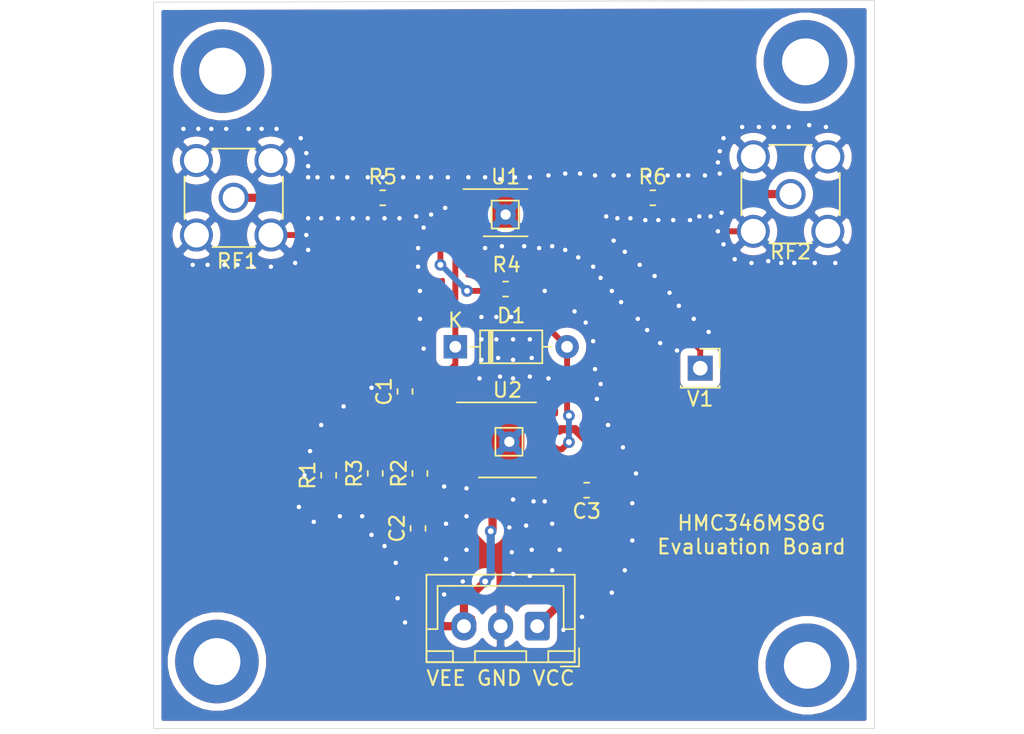
<source format=kicad_pcb>
(kicad_pcb (version 20171130) (host pcbnew "(5.1.2)-2")

  (general
    (thickness 1.6)
    (drawings 5)
    (tracks 280)
    (zones 0)
    (modules 22)
    (nets 13)
  )

  (page A4)
  (layers
    (0 F.Cu signal)
    (31 B.Cu signal)
    (32 B.Adhes user)
    (33 F.Adhes user)
    (34 B.Paste user)
    (35 F.Paste user)
    (36 B.SilkS user)
    (37 F.SilkS user)
    (38 B.Mask user)
    (39 F.Mask user)
    (40 Dwgs.User user)
    (41 Cmts.User user)
    (42 Eco1.User user)
    (43 Eco2.User user)
    (44 Edge.Cuts user)
    (45 Margin user)
    (46 B.CrtYd user)
    (47 F.CrtYd user)
    (48 B.Fab user)
    (49 F.Fab user)
  )

  (setup
    (last_trace_width 0.25)
    (user_trace_width 0.4)
    (user_trace_width 0.5588)
    (trace_clearance 0.2)
    (zone_clearance 0.508)
    (zone_45_only no)
    (trace_min 0.25)
    (via_size 0.8)
    (via_drill 0.4)
    (via_min_size 0.4)
    (via_min_drill 0.3)
    (user_via 0.4 0.3)
    (user_via 0.762 0.635)
    (user_via 1.8 1)
    (uvia_size 0.3)
    (uvia_drill 0.1)
    (uvias_allowed no)
    (uvia_min_size 0.2)
    (uvia_min_drill 0.1)
    (edge_width 0.05)
    (segment_width 0.2)
    (pcb_text_width 0.3)
    (pcb_text_size 1.5 1.5)
    (mod_edge_width 0.12)
    (mod_text_size 1 1)
    (mod_text_width 0.15)
    (pad_size 1.4 1.4)
    (pad_drill 0.7)
    (pad_to_mask_clearance 0.051)
    (solder_mask_min_width 0.25)
    (aux_axis_origin 0 0)
    (visible_elements 7FFFFFFF)
    (pcbplotparams
      (layerselection 0x010f0_ffffffff)
      (usegerberextensions false)
      (usegerberattributes false)
      (usegerberadvancedattributes false)
      (creategerberjobfile false)
      (excludeedgelayer true)
      (linewidth 0.100000)
      (plotframeref false)
      (viasonmask false)
      (mode 1)
      (useauxorigin false)
      (hpglpennumber 1)
      (hpglpenspeed 20)
      (hpglpendiameter 15.000000)
      (psnegative false)
      (psa4output false)
      (plotreference true)
      (plotvalue true)
      (plotinvisibletext false)
      (padsonsilk false)
      (subtractmaskfromsilk false)
      (outputformat 1)
      (mirror false)
      (drillshape 0)
      (scaleselection 1)
      (outputdirectory "./"))
  )

  (net 0 "")
  (net 1 GND)
  (net 2 "Net-(J1-Pad1)")
  (net 3 "Net-(J2-Pad1)")
  (net 4 /I)
  (net 5 /V2)
  (net 6 /VEE)
  (net 7 /VCC)
  (net 8 "Net-(R2-Pad2)")
  (net 9 /V1)
  (net 10 "Net-(D1-Pad2)")
  (net 11 "Net-(R5-Pad2)")
  (net 12 "Net-(R6-Pad1)")

  (net_class Default 这是默认网络类。
    (clearance 0.2)
    (trace_width 0.25)
    (via_dia 0.8)
    (via_drill 0.4)
    (uvia_dia 0.3)
    (uvia_drill 0.1)
    (diff_pair_width 0.25)
    (diff_pair_gap 0.25)
    (add_net /I)
    (add_net /V1)
    (add_net /V2)
    (add_net /VCC)
    (add_net /VEE)
    (add_net GND)
    (add_net "Net-(D1-Pad2)")
    (add_net "Net-(J1-Pad1)")
    (add_net "Net-(J2-Pad1)")
    (add_net "Net-(R2-Pad2)")
    (add_net "Net-(R5-Pad2)")
    (add_net "Net-(R6-Pad1)")
  )

  (module Connector_Pin:Pin_D0.7mm_L6.5mm_W1.8mm_FlatFork (layer F.Cu) (tedit 5D269F9A) (tstamp 5D26A41C)
    (at 143.256 88.265)
    (descr "solder Pin_ with flat fork, hole diameter 0.7mm, length 6.5mm, width 1.8mm")
    (tags "solder Pin_ with flat fork")
    (fp_text reference REF** (at 0 1.8) (layer F.SilkS) hide
      (effects (font (size 1 1) (thickness 0.15)))
    )
    (fp_text value Pin_D0.7mm_L6.5mm_W1.8mm_FlatFork (at 0 -1.8) (layer F.Fab)
      (effects (font (size 1 1) (thickness 0.15)))
    )
    (fp_line (start 1.35 1.2) (end -1.4 1.2) (layer F.CrtYd) (width 0.05))
    (fp_line (start 1.35 1.2) (end 1.35 -1.2) (layer F.CrtYd) (width 0.05))
    (fp_line (start -1.4 -1.2) (end -1.4 1.2) (layer F.CrtYd) (width 0.05))
    (fp_line (start -1.4 -1.2) (end 1.35 -1.2) (layer F.CrtYd) (width 0.05))
    (fp_line (start -0.9 0.25) (end -0.9 -0.25) (layer F.Fab) (width 0.12))
    (fp_line (start 0.85 0.25) (end -0.9 0.25) (layer F.Fab) (width 0.12))
    (fp_line (start 0.85 -0.25) (end 0.85 0.25) (layer F.Fab) (width 0.12))
    (fp_line (start -0.9 -0.25) (end 0.85 -0.25) (layer F.Fab) (width 0.12))
    (fp_line (start 0.9 -0.95) (end -0.95 -0.95) (layer F.SilkS) (width 0.12))
    (fp_line (start 0.9 -0.9) (end 0.9 -0.95) (layer F.SilkS) (width 0.12))
    (fp_line (start 0.9 0.95) (end 0.9 -0.9) (layer F.SilkS) (width 0.12))
    (fp_line (start -0.95 0.95) (end 0.9 0.95) (layer F.SilkS) (width 0.12))
    (fp_line (start -0.95 -0.95) (end -0.95 0.95) (layer F.SilkS) (width 0.12))
    (fp_text user %R (at 0 1.8) (layer F.Fab)
      (effects (font (size 1 1) (thickness 0.15)))
    )
    (pad 1 thru_hole circle (at 0 0) (size 1.4 1.4) (drill 0.7) (layers *.Cu *.Mask)
      (net 1 GND))
    (model ${KISYS3DMOD}/Connector_Pin.3dshapes/Pin_D0.7mm_L6.5mm_W1.8mm_FlatFork.wrl
      (at (xyz 0 0 0))
      (scale (xyz 1 1 1))
      (rotate (xyz 0 0 0))
    )
  )

  (module Connector_Pin:Pin_D0.7mm_L6.5mm_W1.8mm_FlatFork (layer F.Cu) (tedit 5D269FA5) (tstamp 5D26A3C1)
    (at 143.51 103.759)
    (descr "solder Pin_ with flat fork, hole diameter 0.7mm, length 6.5mm, width 1.8mm")
    (tags "solder Pin_ with flat fork")
    (fp_text reference REF** (at 0 1.8) (layer F.SilkS) hide
      (effects (font (size 1 1) (thickness 0.15)))
    )
    (fp_text value Pin_D0.7mm_L6.5mm_W1.8mm_FlatFork (at 0 -1.8) (layer F.Fab)
      (effects (font (size 1 1) (thickness 0.15)))
    )
    (fp_line (start 1.35 1.2) (end -1.4 1.2) (layer F.CrtYd) (width 0.05))
    (fp_line (start 1.35 1.2) (end 1.35 -1.2) (layer F.CrtYd) (width 0.05))
    (fp_line (start -1.4 -1.2) (end -1.4 1.2) (layer F.CrtYd) (width 0.05))
    (fp_line (start -1.4 -1.2) (end 1.35 -1.2) (layer F.CrtYd) (width 0.05))
    (fp_line (start -0.9 0.25) (end -0.9 -0.25) (layer F.Fab) (width 0.12))
    (fp_line (start 0.85 0.25) (end -0.9 0.25) (layer F.Fab) (width 0.12))
    (fp_line (start 0.85 -0.25) (end 0.85 0.25) (layer F.Fab) (width 0.12))
    (fp_line (start -0.9 -0.25) (end 0.85 -0.25) (layer F.Fab) (width 0.12))
    (fp_line (start 0.9 -0.95) (end -0.95 -0.95) (layer F.SilkS) (width 0.12))
    (fp_line (start 0.9 -0.9) (end 0.9 -0.95) (layer F.SilkS) (width 0.12))
    (fp_line (start 0.9 0.95) (end 0.9 -0.9) (layer F.SilkS) (width 0.12))
    (fp_line (start -0.95 0.95) (end 0.9 0.95) (layer F.SilkS) (width 0.12))
    (fp_line (start -0.95 -0.95) (end -0.95 0.95) (layer F.SilkS) (width 0.12))
    (fp_text user %R (at 0 1.8) (layer F.Fab)
      (effects (font (size 1 1) (thickness 0.15)))
    )
    (pad 1 thru_hole circle (at 0 0) (size 1.4 1.4) (drill 0.7) (layers *.Cu *.Mask)
      (net 1 GND))
    (model ${KISYS3DMOD}/Connector_Pin.3dshapes/Pin_D0.7mm_L6.5mm_W1.8mm_FlatFork.wrl
      (at (xyz 0 0 0))
      (scale (xyz 1 1 1))
      (rotate (xyz 0 0 0))
    )
  )

  (module MountingHole:MountingHole_3.2mm_M3_ISO7380_Pad (layer F.Cu) (tedit 56D1B4CB) (tstamp 5D26C318)
    (at 123.571 118.745)
    (descr "Mounting Hole 3.2mm, M3, ISO7380")
    (tags "mounting hole 3.2mm m3 iso7380")
    (attr virtual)
    (fp_text reference REF** (at 0 -3.85) (layer F.SilkS) hide
      (effects (font (size 1 1) (thickness 0.15)))
    )
    (fp_text value MountingHole_3.2mm_M3_ISO7380_Pad (at 0 3.85) (layer F.Fab)
      (effects (font (size 1 1) (thickness 0.15)))
    )
    (fp_circle (center 0 0) (end 3.1 0) (layer F.CrtYd) (width 0.05))
    (fp_circle (center 0 0) (end 2.85 0) (layer Cmts.User) (width 0.15))
    (fp_text user %R (at 0.3 0) (layer F.Fab)
      (effects (font (size 1 1) (thickness 0.15)))
    )
    (pad 1 thru_hole circle (at 0 0) (size 5.7 5.7) (drill 3.2) (layers *.Cu *.Mask))
  )

  (module MountingHole:MountingHole_3.2mm_M3_ISO7380_Pad (layer F.Cu) (tedit 56D1B4CB) (tstamp 5D26C318)
    (at 163.83 118.999)
    (descr "Mounting Hole 3.2mm, M3, ISO7380")
    (tags "mounting hole 3.2mm m3 iso7380")
    (attr virtual)
    (fp_text reference REF** (at 0 -3.85) (layer F.SilkS) hide
      (effects (font (size 1 1) (thickness 0.15)))
    )
    (fp_text value MountingHole_3.2mm_M3_ISO7380_Pad (at 0 3.85) (layer F.Fab)
      (effects (font (size 1 1) (thickness 0.15)))
    )
    (fp_circle (center 0 0) (end 3.1 0) (layer F.CrtYd) (width 0.05))
    (fp_circle (center 0 0) (end 2.85 0) (layer Cmts.User) (width 0.15))
    (fp_text user %R (at 0.3 0) (layer F.Fab)
      (effects (font (size 1 1) (thickness 0.15)))
    )
    (pad 1 thru_hole circle (at 0 0) (size 5.7 5.7) (drill 3.2) (layers *.Cu *.Mask))
  )

  (module MountingHole:MountingHole_3.2mm_M3_ISO7380_Pad (layer F.Cu) (tedit 56D1B4CB) (tstamp 5D26C2F9)
    (at 163.703 77.851)
    (descr "Mounting Hole 3.2mm, M3, ISO7380")
    (tags "mounting hole 3.2mm m3 iso7380")
    (attr virtual)
    (fp_text reference REF** (at 0 -3.85) (layer F.SilkS) hide
      (effects (font (size 1 1) (thickness 0.15)))
    )
    (fp_text value MountingHole_3.2mm_M3_ISO7380_Pad (at 0 3.85) (layer F.Fab)
      (effects (font (size 1 1) (thickness 0.15)))
    )
    (fp_text user %R (at 0.3 0) (layer F.Fab)
      (effects (font (size 1 1) (thickness 0.15)))
    )
    (fp_circle (center 0 0) (end 2.85 0) (layer Cmts.User) (width 0.15))
    (fp_circle (center 0 0) (end 3.1 0) (layer F.CrtYd) (width 0.05))
    (pad 1 thru_hole circle (at 0 0) (size 5.7 5.7) (drill 3.2) (layers *.Cu *.Mask))
  )

  (module MountingHole:MountingHole_3.2mm_M3_ISO7380_Pad (layer F.Cu) (tedit 56D1B4CB) (tstamp 5D26C2E1)
    (at 123.952 78.486)
    (descr "Mounting Hole 3.2mm, M3, ISO7380")
    (tags "mounting hole 3.2mm m3 iso7380")
    (attr virtual)
    (fp_text reference REF** (at 0 -3.85) (layer F.SilkS) hide
      (effects (font (size 1 1) (thickness 0.15)))
    )
    (fp_text value MountingHole_3.2mm_M3_ISO7380_Pad (at 0 3.85) (layer F.Fab)
      (effects (font (size 1 1) (thickness 0.15)))
    )
    (fp_circle (center 0 0) (end 3.1 0) (layer F.CrtYd) (width 0.05))
    (fp_circle (center 0 0) (end 2.85 0) (layer Cmts.User) (width 0.15))
    (fp_text user %R (at 0.3 0) (layer F.Fab)
      (effects (font (size 1 1) (thickness 0.15)))
    )
    (pad 1 thru_hole circle (at 0 0) (size 5.7 5.7) (drill 3.2) (layers *.Cu *.Mask))
  )

  (module Connector_Coaxial:SMA_Amphenol_901-144_Vertical (layer F.Cu) (tedit 5B2F4C32) (tstamp 5D249D80)
    (at 124.714 87.122)
    (descr https://www.amphenolrf.com/downloads/dl/file/id/7023/product/3103/901_144_customer_drawing.pdf)
    (tags "SMA THT Female Jack Vertical")
    (path /5D1A53A4)
    (fp_text reference RF1 (at 0.254 4.318) (layer F.SilkS)
      (effects (font (size 1 1) (thickness 0.15)))
    )
    (fp_text value Conn_Coaxial (at 0 5) (layer F.Fab)
      (effects (font (size 1 1) (thickness 0.15)))
    )
    (fp_text user %R (at 0 0) (layer F.Fab)
      (effects (font (size 1 1) (thickness 0.15)))
    )
    (fp_line (start -1.45 -3.355) (end 1.45 -3.355) (layer F.SilkS) (width 0.12))
    (fp_line (start -1.45 3.355) (end 1.45 3.355) (layer F.SilkS) (width 0.12))
    (fp_line (start 3.355 -1.45) (end 3.355 1.45) (layer F.SilkS) (width 0.12))
    (fp_line (start -3.355 -1.45) (end -3.355 1.45) (layer F.SilkS) (width 0.12))
    (fp_line (start 3.175 -3.175) (end 3.175 3.175) (layer F.Fab) (width 0.1))
    (fp_line (start -3.175 3.175) (end 3.175 3.175) (layer F.Fab) (width 0.1))
    (fp_line (start -3.175 -3.175) (end -3.175 3.175) (layer F.Fab) (width 0.1))
    (fp_line (start -3.175 -3.175) (end 3.175 -3.175) (layer F.Fab) (width 0.1))
    (fp_line (start -4.17 -4.17) (end 4.17 -4.17) (layer F.CrtYd) (width 0.05))
    (fp_line (start -4.17 -4.17) (end -4.17 4.17) (layer F.CrtYd) (width 0.05))
    (fp_line (start 4.17 4.17) (end 4.17 -4.17) (layer F.CrtYd) (width 0.05))
    (fp_line (start 4.17 4.17) (end -4.17 4.17) (layer F.CrtYd) (width 0.05))
    (fp_circle (center 0 0) (end 3.175 0) (layer F.Fab) (width 0.1))
    (pad 2 thru_hole circle (at -2.54 2.54) (size 2.25 2.25) (drill 1.7) (layers *.Cu *.Mask)
      (net 1 GND))
    (pad 2 thru_hole circle (at -2.54 -2.54) (size 2.25 2.25) (drill 1.7) (layers *.Cu *.Mask)
      (net 1 GND))
    (pad 2 thru_hole circle (at 2.54 -2.54) (size 2.25 2.25) (drill 1.7) (layers *.Cu *.Mask)
      (net 1 GND))
    (pad 2 thru_hole circle (at 2.54 2.54) (size 2.25 2.25) (drill 1.7) (layers *.Cu *.Mask)
      (net 1 GND))
    (pad 1 thru_hole circle (at 0 0) (size 2.05 2.05) (drill 1.5) (layers *.Cu *.Mask)
      (net 2 "Net-(J1-Pad1)"))
    (model ${KISYS3DMOD}/Connector_Coaxial.3dshapes/SMA_Amphenol_901-144_Vertical.wrl
      (at (xyz 0 0 0))
      (scale (xyz 1 1 1))
      (rotate (xyz 0 0 0))
    )
  )

  (module Diode_THT:D_DO-35_SOD27_P7.62mm_Horizontal (layer F.Cu) (tedit 5AE50CD5) (tstamp 5D249D69)
    (at 139.827 97.282)
    (descr "Diode, DO-35_SOD27 series, Axial, Horizontal, pin pitch=7.62mm, , length*diameter=4*2mm^2, , http://www.diodes.com/_files/packages/DO-35.pdf")
    (tags "Diode DO-35_SOD27 series Axial Horizontal pin pitch 7.62mm  length 4mm diameter 2mm")
    (path /5D2454F0)
    (fp_text reference D1 (at 3.81 -2.12) (layer F.SilkS)
      (effects (font (size 1 1) (thickness 0.15)))
    )
    (fp_text value 1N4148 (at 3.81 2.12) (layer F.Fab)
      (effects (font (size 1 1) (thickness 0.15)))
    )
    (fp_line (start 1.81 -1) (end 1.81 1) (layer F.Fab) (width 0.1))
    (fp_line (start 1.81 1) (end 5.81 1) (layer F.Fab) (width 0.1))
    (fp_line (start 5.81 1) (end 5.81 -1) (layer F.Fab) (width 0.1))
    (fp_line (start 5.81 -1) (end 1.81 -1) (layer F.Fab) (width 0.1))
    (fp_line (start 0 0) (end 1.81 0) (layer F.Fab) (width 0.1))
    (fp_line (start 7.62 0) (end 5.81 0) (layer F.Fab) (width 0.1))
    (fp_line (start 2.41 -1) (end 2.41 1) (layer F.Fab) (width 0.1))
    (fp_line (start 2.51 -1) (end 2.51 1) (layer F.Fab) (width 0.1))
    (fp_line (start 2.31 -1) (end 2.31 1) (layer F.Fab) (width 0.1))
    (fp_line (start 1.69 -1.12) (end 1.69 1.12) (layer F.SilkS) (width 0.12))
    (fp_line (start 1.69 1.12) (end 5.93 1.12) (layer F.SilkS) (width 0.12))
    (fp_line (start 5.93 1.12) (end 5.93 -1.12) (layer F.SilkS) (width 0.12))
    (fp_line (start 5.93 -1.12) (end 1.69 -1.12) (layer F.SilkS) (width 0.12))
    (fp_line (start 1.04 0) (end 1.69 0) (layer F.SilkS) (width 0.12))
    (fp_line (start 6.58 0) (end 5.93 0) (layer F.SilkS) (width 0.12))
    (fp_line (start 2.41 -1.12) (end 2.41 1.12) (layer F.SilkS) (width 0.12))
    (fp_line (start 2.53 -1.12) (end 2.53 1.12) (layer F.SilkS) (width 0.12))
    (fp_line (start 2.29 -1.12) (end 2.29 1.12) (layer F.SilkS) (width 0.12))
    (fp_line (start -1.05 -1.25) (end -1.05 1.25) (layer F.CrtYd) (width 0.05))
    (fp_line (start -1.05 1.25) (end 8.67 1.25) (layer F.CrtYd) (width 0.05))
    (fp_line (start 8.67 1.25) (end 8.67 -1.25) (layer F.CrtYd) (width 0.05))
    (fp_line (start 8.67 -1.25) (end -1.05 -1.25) (layer F.CrtYd) (width 0.05))
    (fp_text user %R (at 4.11 0) (layer F.Fab)
      (effects (font (size 0.8 0.8) (thickness 0.12)))
    )
    (fp_text user K (at 0 -1.8) (layer F.Fab)
      (effects (font (size 1 1) (thickness 0.15)))
    )
    (fp_text user K (at 0 -1.8) (layer F.SilkS)
      (effects (font (size 1 1) (thickness 0.15)))
    )
    (pad 1 thru_hole rect (at 0 0) (size 1.6 1.6) (drill 0.8) (layers *.Cu *.Mask)
      (net 4 /I))
    (pad 2 thru_hole oval (at 7.62 0) (size 1.6 1.6) (drill 0.8) (layers *.Cu *.Mask)
      (net 10 "Net-(D1-Pad2)"))
    (model ${KISYS3DMOD}/Diode_THT.3dshapes/D_DO-35_SOD27_P7.62mm_Horizontal.wrl
      (at (xyz 0 0 0))
      (scale (xyz 1 1 1))
      (rotate (xyz 0 0 0))
    )
  )

  (module Connector_Coaxial:SMA_Amphenol_901-144_Vertical (layer F.Cu) (tedit 5B2F4C32) (tstamp 5D249D97)
    (at 162.687 86.868)
    (descr https://www.amphenolrf.com/downloads/dl/file/id/7023/product/3103/901_144_customer_drawing.pdf)
    (tags "SMA THT Female Jack Vertical")
    (path /5D1A5A45)
    (fp_text reference RF2 (at 0 3.937) (layer F.SilkS)
      (effects (font (size 1 1) (thickness 0.15)))
    )
    (fp_text value Conn_Coaxial (at 0 5) (layer F.Fab)
      (effects (font (size 1 1) (thickness 0.15)))
    )
    (fp_circle (center 0 0) (end 3.175 0) (layer F.Fab) (width 0.1))
    (fp_line (start 4.17 4.17) (end -4.17 4.17) (layer F.CrtYd) (width 0.05))
    (fp_line (start 4.17 4.17) (end 4.17 -4.17) (layer F.CrtYd) (width 0.05))
    (fp_line (start -4.17 -4.17) (end -4.17 4.17) (layer F.CrtYd) (width 0.05))
    (fp_line (start -4.17 -4.17) (end 4.17 -4.17) (layer F.CrtYd) (width 0.05))
    (fp_line (start -3.175 -3.175) (end 3.175 -3.175) (layer F.Fab) (width 0.1))
    (fp_line (start -3.175 -3.175) (end -3.175 3.175) (layer F.Fab) (width 0.1))
    (fp_line (start -3.175 3.175) (end 3.175 3.175) (layer F.Fab) (width 0.1))
    (fp_line (start 3.175 -3.175) (end 3.175 3.175) (layer F.Fab) (width 0.1))
    (fp_line (start -3.355 -1.45) (end -3.355 1.45) (layer F.SilkS) (width 0.12))
    (fp_line (start 3.355 -1.45) (end 3.355 1.45) (layer F.SilkS) (width 0.12))
    (fp_line (start -1.45 3.355) (end 1.45 3.355) (layer F.SilkS) (width 0.12))
    (fp_line (start -1.45 -3.355) (end 1.45 -3.355) (layer F.SilkS) (width 0.12))
    (fp_text user %R (at 0 0) (layer F.Fab)
      (effects (font (size 1 1) (thickness 0.15)))
    )
    (pad 1 thru_hole circle (at 0 0) (size 2.05 2.05) (drill 1.5) (layers *.Cu *.Mask)
      (net 3 "Net-(J2-Pad1)"))
    (pad 2 thru_hole circle (at 2.54 2.54) (size 2.25 2.25) (drill 1.7) (layers *.Cu *.Mask)
      (net 1 GND))
    (pad 2 thru_hole circle (at 2.54 -2.54) (size 2.25 2.25) (drill 1.7) (layers *.Cu *.Mask)
      (net 1 GND))
    (pad 2 thru_hole circle (at -2.54 -2.54) (size 2.25 2.25) (drill 1.7) (layers *.Cu *.Mask)
      (net 1 GND))
    (pad 2 thru_hole circle (at -2.54 2.54) (size 2.25 2.25) (drill 1.7) (layers *.Cu *.Mask)
      (net 1 GND))
    (model ${KISYS3DMOD}/Connector_Coaxial.3dshapes/SMA_Amphenol_901-144_Vertical.wrl
      (at (xyz 0 0 0))
      (scale (xyz 1 1 1))
      (rotate (xyz 0 0 0))
    )
  )

  (module Resistor_SMD:R_0603_1608Metric_Pad1.05x0.95mm_HandSolder (layer F.Cu) (tedit 5B301BBD) (tstamp 5D249DFD)
    (at 131.191 106.045 90)
    (descr "Resistor SMD 0603 (1608 Metric), square (rectangular) end terminal, IPC_7351 nominal with elongated pad for handsoldering. (Body size source: http://www.tortai-tech.com/upload/download/2011102023233369053.pdf), generated with kicad-footprint-generator")
    (tags "resistor handsolder")
    (path /5D253ED2)
    (attr smd)
    (fp_text reference R1 (at 0 -1.43 90) (layer F.SilkS)
      (effects (font (size 1 1) (thickness 0.15)))
    )
    (fp_text value 3.92k (at 0 1.43 90) (layer F.Fab)
      (effects (font (size 1 1) (thickness 0.15)))
    )
    (fp_text user %R (at 0 0 90) (layer F.Fab)
      (effects (font (size 0.4 0.4) (thickness 0.06)))
    )
    (fp_line (start 1.65 0.73) (end -1.65 0.73) (layer F.CrtYd) (width 0.05))
    (fp_line (start 1.65 -0.73) (end 1.65 0.73) (layer F.CrtYd) (width 0.05))
    (fp_line (start -1.65 -0.73) (end 1.65 -0.73) (layer F.CrtYd) (width 0.05))
    (fp_line (start -1.65 0.73) (end -1.65 -0.73) (layer F.CrtYd) (width 0.05))
    (fp_line (start -0.171267 0.51) (end 0.171267 0.51) (layer F.SilkS) (width 0.12))
    (fp_line (start -0.171267 -0.51) (end 0.171267 -0.51) (layer F.SilkS) (width 0.12))
    (fp_line (start 0.8 0.4) (end -0.8 0.4) (layer F.Fab) (width 0.1))
    (fp_line (start 0.8 -0.4) (end 0.8 0.4) (layer F.Fab) (width 0.1))
    (fp_line (start -0.8 -0.4) (end 0.8 -0.4) (layer F.Fab) (width 0.1))
    (fp_line (start -0.8 0.4) (end -0.8 -0.4) (layer F.Fab) (width 0.1))
    (pad 2 smd roundrect (at 0.875 0 90) (size 1.05 0.95) (layers F.Cu F.Paste F.Mask) (roundrect_rratio 0.25)
      (net 4 /I))
    (pad 1 smd roundrect (at -0.875 0 90) (size 1.05 0.95) (layers F.Cu F.Paste F.Mask) (roundrect_rratio 0.25)
      (net 6 /VEE))
    (model ${KISYS3DMOD}/Resistor_SMD.3dshapes/R_0603_1608Metric.wrl
      (at (xyz 0 0 0))
      (scale (xyz 1 1 1))
      (rotate (xyz 0 0 0))
    )
  )

  (module Resistor_SMD:R_0603_1608Metric_Pad1.05x0.95mm_HandSolder (layer F.Cu) (tedit 5B301BBD) (tstamp 5D2498D8)
    (at 137.414 105.918 90)
    (descr "Resistor SMD 0603 (1608 Metric), square (rectangular) end terminal, IPC_7351 nominal with elongated pad for handsoldering. (Body size source: http://www.tortai-tech.com/upload/download/2011102023233369053.pdf), generated with kicad-footprint-generator")
    (tags "resistor handsolder")
    (path /5D24A5D8)
    (attr smd)
    (fp_text reference R2 (at 0 -1.43 90) (layer F.SilkS)
      (effects (font (size 1 1) (thickness 0.15)))
    )
    (fp_text value 500 (at 0 1.43 90) (layer F.Fab)
      (effects (font (size 1 1) (thickness 0.15)))
    )
    (fp_text user %R (at 0 0 90) (layer F.Fab)
      (effects (font (size 0.4 0.4) (thickness 0.06)))
    )
    (fp_line (start 1.65 0.73) (end -1.65 0.73) (layer F.CrtYd) (width 0.05))
    (fp_line (start 1.65 -0.73) (end 1.65 0.73) (layer F.CrtYd) (width 0.05))
    (fp_line (start -1.65 -0.73) (end 1.65 -0.73) (layer F.CrtYd) (width 0.05))
    (fp_line (start -1.65 0.73) (end -1.65 -0.73) (layer F.CrtYd) (width 0.05))
    (fp_line (start -0.171267 0.51) (end 0.171267 0.51) (layer F.SilkS) (width 0.12))
    (fp_line (start -0.171267 -0.51) (end 0.171267 -0.51) (layer F.SilkS) (width 0.12))
    (fp_line (start 0.8 0.4) (end -0.8 0.4) (layer F.Fab) (width 0.1))
    (fp_line (start 0.8 -0.4) (end 0.8 0.4) (layer F.Fab) (width 0.1))
    (fp_line (start -0.8 -0.4) (end 0.8 -0.4) (layer F.Fab) (width 0.1))
    (fp_line (start -0.8 0.4) (end -0.8 -0.4) (layer F.Fab) (width 0.1))
    (pad 2 smd roundrect (at 0.875 0 90) (size 1.05 0.95) (layers F.Cu F.Paste F.Mask) (roundrect_rratio 0.25)
      (net 8 "Net-(R2-Pad2)"))
    (pad 1 smd roundrect (at -0.875 0 90) (size 1.05 0.95) (layers F.Cu F.Paste F.Mask) (roundrect_rratio 0.25)
      (net 1 GND))
    (model ${KISYS3DMOD}/Resistor_SMD.3dshapes/R_0603_1608Metric.wrl
      (at (xyz 0 0 0))
      (scale (xyz 1 1 1))
      (rotate (xyz 0 0 0))
    )
  )

  (module Resistor_SMD:R_0603_1608Metric_Pad1.05x0.95mm_HandSolder (layer F.Cu) (tedit 5B301BBD) (tstamp 5D2498A8)
    (at 134.366 105.918 90)
    (descr "Resistor SMD 0603 (1608 Metric), square (rectangular) end terminal, IPC_7351 nominal with elongated pad for handsoldering. (Body size source: http://www.tortai-tech.com/upload/download/2011102023233369053.pdf), generated with kicad-footprint-generator")
    (tags "resistor handsolder")
    (path /5D24C171)
    (attr smd)
    (fp_text reference R3 (at 0 -1.43 90) (layer F.SilkS)
      (effects (font (size 1 1) (thickness 0.15)))
    )
    (fp_text value 3.92k (at 0 1.43 90) (layer F.Fab)
      (effects (font (size 1 1) (thickness 0.15)))
    )
    (fp_line (start -0.8 0.4) (end -0.8 -0.4) (layer F.Fab) (width 0.1))
    (fp_line (start -0.8 -0.4) (end 0.8 -0.4) (layer F.Fab) (width 0.1))
    (fp_line (start 0.8 -0.4) (end 0.8 0.4) (layer F.Fab) (width 0.1))
    (fp_line (start 0.8 0.4) (end -0.8 0.4) (layer F.Fab) (width 0.1))
    (fp_line (start -0.171267 -0.51) (end 0.171267 -0.51) (layer F.SilkS) (width 0.12))
    (fp_line (start -0.171267 0.51) (end 0.171267 0.51) (layer F.SilkS) (width 0.12))
    (fp_line (start -1.65 0.73) (end -1.65 -0.73) (layer F.CrtYd) (width 0.05))
    (fp_line (start -1.65 -0.73) (end 1.65 -0.73) (layer F.CrtYd) (width 0.05))
    (fp_line (start 1.65 -0.73) (end 1.65 0.73) (layer F.CrtYd) (width 0.05))
    (fp_line (start 1.65 0.73) (end -1.65 0.73) (layer F.CrtYd) (width 0.05))
    (fp_text user %R (at 0 0 90) (layer F.Fab)
      (effects (font (size 0.4 0.4) (thickness 0.06)))
    )
    (pad 1 smd roundrect (at -0.875 0 90) (size 1.05 0.95) (layers F.Cu F.Paste F.Mask) (roundrect_rratio 0.25)
      (net 6 /VEE))
    (pad 2 smd roundrect (at 0.875 0 90) (size 1.05 0.95) (layers F.Cu F.Paste F.Mask) (roundrect_rratio 0.25)
      (net 8 "Net-(R2-Pad2)"))
    (model ${KISYS3DMOD}/Resistor_SMD.3dshapes/R_0603_1608Metric.wrl
      (at (xyz 0 0 0))
      (scale (xyz 1 1 1))
      (rotate (xyz 0 0 0))
    )
  )

  (module Capacitor_SMD:C_0603_1608Metric_Pad1.05x0.95mm_HandSolder (layer F.Cu) (tedit 5B301BBE) (tstamp 5D25F314)
    (at 136.398 100.33 90)
    (descr "Capacitor SMD 0603 (1608 Metric), square (rectangular) end terminal, IPC_7351 nominal with elongated pad for handsoldering. (Body size source: http://www.tortai-tech.com/upload/download/2011102023233369053.pdf), generated with kicad-footprint-generator")
    (tags "capacitor handsolder")
    (path /5D26D782)
    (attr smd)
    (fp_text reference C1 (at 0 -1.43 90) (layer F.SilkS)
      (effects (font (size 1 1) (thickness 0.15)))
    )
    (fp_text value C (at 0 1.43 90) (layer F.Fab)
      (effects (font (size 1 1) (thickness 0.15)))
    )
    (fp_line (start -0.8 0.4) (end -0.8 -0.4) (layer F.Fab) (width 0.1))
    (fp_line (start -0.8 -0.4) (end 0.8 -0.4) (layer F.Fab) (width 0.1))
    (fp_line (start 0.8 -0.4) (end 0.8 0.4) (layer F.Fab) (width 0.1))
    (fp_line (start 0.8 0.4) (end -0.8 0.4) (layer F.Fab) (width 0.1))
    (fp_line (start -0.171267 -0.51) (end 0.171267 -0.51) (layer F.SilkS) (width 0.12))
    (fp_line (start -0.171267 0.51) (end 0.171267 0.51) (layer F.SilkS) (width 0.12))
    (fp_line (start -1.65 0.73) (end -1.65 -0.73) (layer F.CrtYd) (width 0.05))
    (fp_line (start -1.65 -0.73) (end 1.65 -0.73) (layer F.CrtYd) (width 0.05))
    (fp_line (start 1.65 -0.73) (end 1.65 0.73) (layer F.CrtYd) (width 0.05))
    (fp_line (start 1.65 0.73) (end -1.65 0.73) (layer F.CrtYd) (width 0.05))
    (fp_text user %R (at 0 0 90) (layer F.Fab)
      (effects (font (size 0.4 0.4) (thickness 0.06)))
    )
    (pad 1 smd roundrect (at -0.875 0 90) (size 1.05 0.95) (layers F.Cu F.Paste F.Mask) (roundrect_rratio 0.25)
      (net 4 /I))
    (pad 2 smd roundrect (at 0.875 0 90) (size 1.05 0.95) (layers F.Cu F.Paste F.Mask) (roundrect_rratio 0.25)
      (net 1 GND))
    (model ${KISYS3DMOD}/Capacitor_SMD.3dshapes/C_0603_1608Metric.wrl
      (at (xyz 0 0 0))
      (scale (xyz 1 1 1))
      (rotate (xyz 0 0 0))
    )
  )

  (module Capacitor_SMD:C_0603_1608Metric_Pad1.05x0.95mm_HandSolder (layer F.Cu) (tedit 5B301BBE) (tstamp 5D260E84)
    (at 137.287 109.6645 90)
    (descr "Capacitor SMD 0603 (1608 Metric), square (rectangular) end terminal, IPC_7351 nominal with elongated pad for handsoldering. (Body size source: http://www.tortai-tech.com/upload/download/2011102023233369053.pdf), generated with kicad-footprint-generator")
    (tags "capacitor handsolder")
    (path /5D26CDFD)
    (attr smd)
    (fp_text reference C2 (at 0 -1.43 90) (layer F.SilkS)
      (effects (font (size 1 1) (thickness 0.15)))
    )
    (fp_text value C (at 0 1.43 90) (layer F.Fab)
      (effects (font (size 1 1) (thickness 0.15)))
    )
    (fp_line (start -0.8 0.4) (end -0.8 -0.4) (layer F.Fab) (width 0.1))
    (fp_line (start -0.8 -0.4) (end 0.8 -0.4) (layer F.Fab) (width 0.1))
    (fp_line (start 0.8 -0.4) (end 0.8 0.4) (layer F.Fab) (width 0.1))
    (fp_line (start 0.8 0.4) (end -0.8 0.4) (layer F.Fab) (width 0.1))
    (fp_line (start -0.171267 -0.51) (end 0.171267 -0.51) (layer F.SilkS) (width 0.12))
    (fp_line (start -0.171267 0.51) (end 0.171267 0.51) (layer F.SilkS) (width 0.12))
    (fp_line (start -1.65 0.73) (end -1.65 -0.73) (layer F.CrtYd) (width 0.05))
    (fp_line (start -1.65 -0.73) (end 1.65 -0.73) (layer F.CrtYd) (width 0.05))
    (fp_line (start 1.65 -0.73) (end 1.65 0.73) (layer F.CrtYd) (width 0.05))
    (fp_line (start 1.65 0.73) (end -1.65 0.73) (layer F.CrtYd) (width 0.05))
    (fp_text user %R (at 0 0 90) (layer F.Fab)
      (effects (font (size 0.4 0.4) (thickness 0.06)))
    )
    (pad 1 smd roundrect (at -0.875 0 90) (size 1.05 0.95) (layers F.Cu F.Paste F.Mask) (roundrect_rratio 0.25)
      (net 6 /VEE))
    (pad 2 smd roundrect (at 0.875 0 90) (size 1.05 0.95) (layers F.Cu F.Paste F.Mask) (roundrect_rratio 0.25)
      (net 1 GND))
    (model ${KISYS3DMOD}/Capacitor_SMD.3dshapes/C_0603_1608Metric.wrl
      (at (xyz 0 0 0))
      (scale (xyz 1 1 1))
      (rotate (xyz 0 0 0))
    )
  )

  (module Capacitor_SMD:C_0603_1608Metric_Pad1.05x0.95mm_HandSolder (layer F.Cu) (tedit 5B301BBE) (tstamp 5D25EAD0)
    (at 148.7805 107.061 180)
    (descr "Capacitor SMD 0603 (1608 Metric), square (rectangular) end terminal, IPC_7351 nominal with elongated pad for handsoldering. (Body size source: http://www.tortai-tech.com/upload/download/2011102023233369053.pdf), generated with kicad-footprint-generator")
    (tags "capacitor handsolder")
    (path /5D26D67D)
    (attr smd)
    (fp_text reference C3 (at 0 -1.43) (layer F.SilkS)
      (effects (font (size 1 1) (thickness 0.15)))
    )
    (fp_text value C (at 0 1.43) (layer F.Fab)
      (effects (font (size 1 1) (thickness 0.15)))
    )
    (fp_text user %R (at 0 0) (layer F.Fab)
      (effects (font (size 0.4 0.4) (thickness 0.06)))
    )
    (fp_line (start 1.65 0.73) (end -1.65 0.73) (layer F.CrtYd) (width 0.05))
    (fp_line (start 1.65 -0.73) (end 1.65 0.73) (layer F.CrtYd) (width 0.05))
    (fp_line (start -1.65 -0.73) (end 1.65 -0.73) (layer F.CrtYd) (width 0.05))
    (fp_line (start -1.65 0.73) (end -1.65 -0.73) (layer F.CrtYd) (width 0.05))
    (fp_line (start -0.171267 0.51) (end 0.171267 0.51) (layer F.SilkS) (width 0.12))
    (fp_line (start -0.171267 -0.51) (end 0.171267 -0.51) (layer F.SilkS) (width 0.12))
    (fp_line (start 0.8 0.4) (end -0.8 0.4) (layer F.Fab) (width 0.1))
    (fp_line (start 0.8 -0.4) (end 0.8 0.4) (layer F.Fab) (width 0.1))
    (fp_line (start -0.8 -0.4) (end 0.8 -0.4) (layer F.Fab) (width 0.1))
    (fp_line (start -0.8 0.4) (end -0.8 -0.4) (layer F.Fab) (width 0.1))
    (pad 2 smd roundrect (at 0.875 0 180) (size 1.05 0.95) (layers F.Cu F.Paste F.Mask) (roundrect_rratio 0.25)
      (net 1 GND))
    (pad 1 smd roundrect (at -0.875 0 180) (size 1.05 0.95) (layers F.Cu F.Paste F.Mask) (roundrect_rratio 0.25)
      (net 7 /VCC))
    (model ${KISYS3DMOD}/Capacitor_SMD.3dshapes/C_0603_1608Metric.wrl
      (at (xyz 0 0 0))
      (scale (xyz 1 1 1))
      (rotate (xyz 0 0 0))
    )
  )

  (module Package_SO:MSOP-8-1EP_3x3mm_P0.65mm_EP1.95x2.15mm (layer F.Cu) (tedit 5C58BD28) (tstamp 5D25EAD1)
    (at 143.256 88.138)
    (descr "MSOP, 8 Pin (http://www.st.com/resource/en/datasheet/pm8834.pdf), generated with kicad-footprint-generator ipc_gullwing_generator.py")
    (tags "MSOP SO")
    (path /5D1A3E16)
    (attr smd)
    (fp_text reference U1 (at 0 -2.45) (layer F.SilkS)
      (effects (font (size 1 1) (thickness 0.15)))
    )
    (fp_text value HMC346AMS8GE (at 0 2.45) (layer F.Fab)
      (effects (font (size 1 1) (thickness 0.15)))
    )
    (fp_line (start 0 1.61) (end 1.5 1.61) (layer F.SilkS) (width 0.12))
    (fp_line (start 0 1.61) (end -1.5 1.61) (layer F.SilkS) (width 0.12))
    (fp_line (start 0 -1.61) (end 1.5 -1.61) (layer F.SilkS) (width 0.12))
    (fp_line (start 0 -1.61) (end -2.875 -1.61) (layer F.SilkS) (width 0.12))
    (fp_line (start -0.75 -1.5) (end 1.5 -1.5) (layer F.Fab) (width 0.1))
    (fp_line (start 1.5 -1.5) (end 1.5 1.5) (layer F.Fab) (width 0.1))
    (fp_line (start 1.5 1.5) (end -1.5 1.5) (layer F.Fab) (width 0.1))
    (fp_line (start -1.5 1.5) (end -1.5 -0.75) (layer F.Fab) (width 0.1))
    (fp_line (start -1.5 -0.75) (end -0.75 -1.5) (layer F.Fab) (width 0.1))
    (fp_line (start -3.12 -1.75) (end -3.12 1.75) (layer F.CrtYd) (width 0.05))
    (fp_line (start -3.12 1.75) (end 3.12 1.75) (layer F.CrtYd) (width 0.05))
    (fp_line (start 3.12 1.75) (end 3.12 -1.75) (layer F.CrtYd) (width 0.05))
    (fp_line (start 3.12 -1.75) (end -3.12 -1.75) (layer F.CrtYd) (width 0.05))
    (fp_text user %R (at 0 0) (layer F.Fab)
      (effects (font (size 0.75 0.75) (thickness 0.11)))
    )
    (pad 9 smd roundrect (at 0 0) (size 1.95 2.15) (layers F.Cu F.Mask) (roundrect_rratio 0.128205)
      (net 1 GND))
    (pad "" smd roundrect (at -0.49 -0.54) (size 0.79 0.87) (layers F.Paste) (roundrect_rratio 0.25))
    (pad "" smd roundrect (at -0.49 0.54) (size 0.79 0.87) (layers F.Paste) (roundrect_rratio 0.25))
    (pad "" smd roundrect (at 0.49 -0.54) (size 0.79 0.87) (layers F.Paste) (roundrect_rratio 0.25))
    (pad "" smd roundrect (at 0.49 0.54) (size 0.79 0.87) (layers F.Paste) (roundrect_rratio 0.25))
    (pad 1 smd roundrect (at -2.15 -0.975) (size 1.45 0.4) (layers F.Cu F.Paste F.Mask) (roundrect_rratio 0.25)
      (net 11 "Net-(R5-Pad2)"))
    (pad 2 smd roundrect (at -2.15 -0.325) (size 1.45 0.4) (layers F.Cu F.Paste F.Mask) (roundrect_rratio 0.25)
      (net 1 GND))
    (pad 3 smd roundrect (at -2.15 0.325) (size 1.45 0.4) (layers F.Cu F.Paste F.Mask) (roundrect_rratio 0.25)
      (net 5 /V2))
    (pad 4 smd roundrect (at -2.15 0.975) (size 1.45 0.4) (layers F.Cu F.Paste F.Mask) (roundrect_rratio 0.25)
      (net 4 /I))
    (pad 5 smd roundrect (at 2.15 0.975) (size 1.45 0.4) (layers F.Cu F.Paste F.Mask) (roundrect_rratio 0.25))
    (pad 6 smd roundrect (at 2.15 0.325) (size 1.45 0.4) (layers F.Cu F.Paste F.Mask) (roundrect_rratio 0.25)
      (net 9 /V1))
    (pad 7 smd roundrect (at 2.15 -0.325) (size 1.45 0.4) (layers F.Cu F.Paste F.Mask) (roundrect_rratio 0.25)
      (net 1 GND))
    (pad 8 smd roundrect (at 2.15 -0.975) (size 1.45 0.4) (layers F.Cu F.Paste F.Mask) (roundrect_rratio 0.25)
      (net 12 "Net-(R6-Pad1)"))
    (model ${KISYS3DMOD}/Package_SO.3dshapes/MSOP-8-1EP_3x3mm_P0.65mm_EP1.95x2.15mm.wrl
      (at (xyz 0 0 0))
      (scale (xyz 1 1 1))
      (rotate (xyz 0 0 0))
    )
  )

  (module Resistor_SMD:R_0603_1608Metric_Pad1.05x0.95mm_HandSolder (layer F.Cu) (tedit 5B301BBD) (tstamp 5D25ECB1)
    (at 143.256 93.345 180)
    (descr "Resistor SMD 0603 (1608 Metric), square (rectangular) end terminal, IPC_7351 nominal with elongated pad for handsoldering. (Body size source: http://www.tortai-tech.com/upload/download/2011102023233369053.pdf), generated with kicad-footprint-generator")
    (tags "resistor handsolder")
    (path /5D283590)
    (attr smd)
    (fp_text reference R4 (at -0.0635 1.651) (layer F.SilkS)
      (effects (font (size 1 1) (thickness 0.15)))
    )
    (fp_text value R (at 0 1.43) (layer F.Fab)
      (effects (font (size 1 1) (thickness 0.15)))
    )
    (fp_line (start -0.8 0.4) (end -0.8 -0.4) (layer F.Fab) (width 0.1))
    (fp_line (start -0.8 -0.4) (end 0.8 -0.4) (layer F.Fab) (width 0.1))
    (fp_line (start 0.8 -0.4) (end 0.8 0.4) (layer F.Fab) (width 0.1))
    (fp_line (start 0.8 0.4) (end -0.8 0.4) (layer F.Fab) (width 0.1))
    (fp_line (start -0.171267 -0.51) (end 0.171267 -0.51) (layer F.SilkS) (width 0.12))
    (fp_line (start -0.171267 0.51) (end 0.171267 0.51) (layer F.SilkS) (width 0.12))
    (fp_line (start -1.65 0.73) (end -1.65 -0.73) (layer F.CrtYd) (width 0.05))
    (fp_line (start -1.65 -0.73) (end 1.65 -0.73) (layer F.CrtYd) (width 0.05))
    (fp_line (start 1.65 -0.73) (end 1.65 0.73) (layer F.CrtYd) (width 0.05))
    (fp_line (start 1.65 0.73) (end -1.65 0.73) (layer F.CrtYd) (width 0.05))
    (fp_text user %R (at 0 0) (layer F.Fab)
      (effects (font (size 0.4 0.4) (thickness 0.06)))
    )
    (pad 1 smd roundrect (at -0.875 0 180) (size 1.05 0.95) (layers F.Cu F.Paste F.Mask) (roundrect_rratio 0.25)
      (net 10 "Net-(D1-Pad2)"))
    (pad 2 smd roundrect (at 0.875 0 180) (size 1.05 0.95) (layers F.Cu F.Paste F.Mask) (roundrect_rratio 0.25)
      (net 5 /V2))
    (model ${KISYS3DMOD}/Resistor_SMD.3dshapes/R_0603_1608Metric.wrl
      (at (xyz 0 0 0))
      (scale (xyz 1 1 1))
      (rotate (xyz 0 0 0))
    )
  )

  (module Resistor_SMD:R_0603_1608Metric_Pad1.05x0.95mm_HandSolder (layer F.Cu) (tedit 5B301BBD) (tstamp 5D25ECC2)
    (at 134.874 87.122)
    (descr "Resistor SMD 0603 (1608 Metric), square (rectangular) end terminal, IPC_7351 nominal with elongated pad for handsoldering. (Body size source: http://www.tortai-tech.com/upload/download/2011102023233369053.pdf), generated with kicad-footprint-generator")
    (tags "resistor handsolder")
    (path /5D28126A)
    (attr smd)
    (fp_text reference R5 (at 0 -1.43) (layer F.SilkS)
      (effects (font (size 1 1) (thickness 0.15)))
    )
    (fp_text value R (at 0 1.43) (layer F.Fab)
      (effects (font (size 1 1) (thickness 0.15)))
    )
    (fp_line (start -0.8 0.4) (end -0.8 -0.4) (layer F.Fab) (width 0.1))
    (fp_line (start -0.8 -0.4) (end 0.8 -0.4) (layer F.Fab) (width 0.1))
    (fp_line (start 0.8 -0.4) (end 0.8 0.4) (layer F.Fab) (width 0.1))
    (fp_line (start 0.8 0.4) (end -0.8 0.4) (layer F.Fab) (width 0.1))
    (fp_line (start -0.171267 -0.51) (end 0.171267 -0.51) (layer F.SilkS) (width 0.12))
    (fp_line (start -0.171267 0.51) (end 0.171267 0.51) (layer F.SilkS) (width 0.12))
    (fp_line (start -1.65 0.73) (end -1.65 -0.73) (layer F.CrtYd) (width 0.05))
    (fp_line (start -1.65 -0.73) (end 1.65 -0.73) (layer F.CrtYd) (width 0.05))
    (fp_line (start 1.65 -0.73) (end 1.65 0.73) (layer F.CrtYd) (width 0.05))
    (fp_line (start 1.65 0.73) (end -1.65 0.73) (layer F.CrtYd) (width 0.05))
    (fp_text user %R (at 0 0) (layer F.Fab)
      (effects (font (size 0.4 0.4) (thickness 0.06)))
    )
    (pad 1 smd roundrect (at -0.875 0) (size 1.05 0.95) (layers F.Cu F.Paste F.Mask) (roundrect_rratio 0.25)
      (net 2 "Net-(J1-Pad1)"))
    (pad 2 smd roundrect (at 0.875 0) (size 1.05 0.95) (layers F.Cu F.Paste F.Mask) (roundrect_rratio 0.25)
      (net 11 "Net-(R5-Pad2)"))
    (model ${KISYS3DMOD}/Resistor_SMD.3dshapes/R_0603_1608Metric.wrl
      (at (xyz 0 0 0))
      (scale (xyz 1 1 1))
      (rotate (xyz 0 0 0))
    )
  )

  (module Resistor_SMD:R_0603_1608Metric_Pad1.05x0.95mm_HandSolder (layer F.Cu) (tedit 5B301BBD) (tstamp 5D25F0A1)
    (at 153.289 87.122)
    (descr "Resistor SMD 0603 (1608 Metric), square (rectangular) end terminal, IPC_7351 nominal with elongated pad for handsoldering. (Body size source: http://www.tortai-tech.com/upload/download/2011102023233369053.pdf), generated with kicad-footprint-generator")
    (tags "resistor handsolder")
    (path /5D2817D3)
    (attr smd)
    (fp_text reference R6 (at 0 -1.43) (layer F.SilkS)
      (effects (font (size 1 1) (thickness 0.15)))
    )
    (fp_text value R (at 0 1.43) (layer F.Fab)
      (effects (font (size 1 1) (thickness 0.15)))
    )
    (fp_text user %R (at 0 0) (layer F.Fab)
      (effects (font (size 0.4 0.4) (thickness 0.06)))
    )
    (fp_line (start 1.65 0.73) (end -1.65 0.73) (layer F.CrtYd) (width 0.05))
    (fp_line (start 1.65 -0.73) (end 1.65 0.73) (layer F.CrtYd) (width 0.05))
    (fp_line (start -1.65 -0.73) (end 1.65 -0.73) (layer F.CrtYd) (width 0.05))
    (fp_line (start -1.65 0.73) (end -1.65 -0.73) (layer F.CrtYd) (width 0.05))
    (fp_line (start -0.171267 0.51) (end 0.171267 0.51) (layer F.SilkS) (width 0.12))
    (fp_line (start -0.171267 -0.51) (end 0.171267 -0.51) (layer F.SilkS) (width 0.12))
    (fp_line (start 0.8 0.4) (end -0.8 0.4) (layer F.Fab) (width 0.1))
    (fp_line (start 0.8 -0.4) (end 0.8 0.4) (layer F.Fab) (width 0.1))
    (fp_line (start -0.8 -0.4) (end 0.8 -0.4) (layer F.Fab) (width 0.1))
    (fp_line (start -0.8 0.4) (end -0.8 -0.4) (layer F.Fab) (width 0.1))
    (pad 2 smd roundrect (at 0.875 0) (size 1.05 0.95) (layers F.Cu F.Paste F.Mask) (roundrect_rratio 0.25)
      (net 3 "Net-(J2-Pad1)"))
    (pad 1 smd roundrect (at -0.875 0) (size 1.05 0.95) (layers F.Cu F.Paste F.Mask) (roundrect_rratio 0.25)
      (net 12 "Net-(R6-Pad1)"))
    (model ${KISYS3DMOD}/Resistor_SMD.3dshapes/R_0603_1608Metric.wrl
      (at (xyz 0 0 0))
      (scale (xyz 1 1 1))
      (rotate (xyz 0 0 0))
    )
  )

  (module Connector_PinSocket_2.54mm:PinSocket_1x01_P2.54mm_Vertical (layer F.Cu) (tedit 5A19A434) (tstamp 5D260785)
    (at 156.5275 98.7425)
    (descr "Through hole straight socket strip, 1x01, 2.54mm pitch, single row (from Kicad 4.0.7), script generated")
    (tags "Through hole socket strip THT 1x01 2.54mm single row")
    (path /5D29518D)
    (fp_text reference V1 (at 0 2.0955) (layer F.SilkS)
      (effects (font (size 1 1) (thickness 0.15)))
    )
    (fp_text value Conn_01x01_Male (at 0 2.77) (layer F.Fab)
      (effects (font (size 1 1) (thickness 0.15)))
    )
    (fp_line (start -1.27 -1.27) (end 0.635 -1.27) (layer F.Fab) (width 0.1))
    (fp_line (start 0.635 -1.27) (end 1.27 -0.635) (layer F.Fab) (width 0.1))
    (fp_line (start 1.27 -0.635) (end 1.27 1.27) (layer F.Fab) (width 0.1))
    (fp_line (start 1.27 1.27) (end -1.27 1.27) (layer F.Fab) (width 0.1))
    (fp_line (start -1.27 1.27) (end -1.27 -1.27) (layer F.Fab) (width 0.1))
    (fp_line (start -1.33 1.33) (end 1.33 1.33) (layer F.SilkS) (width 0.12))
    (fp_line (start -1.33 1.21) (end -1.33 1.33) (layer F.SilkS) (width 0.12))
    (fp_line (start 1.33 1.21) (end 1.33 1.33) (layer F.SilkS) (width 0.12))
    (fp_line (start 1.33 -1.33) (end 1.33 0) (layer F.SilkS) (width 0.12))
    (fp_line (start 0 -1.33) (end 1.33 -1.33) (layer F.SilkS) (width 0.12))
    (fp_line (start -1.8 -1.8) (end 1.75 -1.8) (layer F.CrtYd) (width 0.05))
    (fp_line (start 1.75 -1.8) (end 1.75 1.75) (layer F.CrtYd) (width 0.05))
    (fp_line (start 1.75 1.75) (end -1.8 1.75) (layer F.CrtYd) (width 0.05))
    (fp_line (start -1.8 1.75) (end -1.8 -1.8) (layer F.CrtYd) (width 0.05))
    (fp_text user %R (at 0 0) (layer F.Fab)
      (effects (font (size 1 1) (thickness 0.15)))
    )
    (pad 1 thru_hole rect (at 0 0) (size 1.7 1.7) (drill 1) (layers *.Cu *.Mask)
      (net 9 /V1))
    (model ${KISYS3DMOD}/Connector_PinSocket_2.54mm.3dshapes/PinSocket_1x01_P2.54mm_Vertical.wrl
      (at (xyz 0 0 0))
      (scale (xyz 1 1 1))
      (rotate (xyz 0 0 0))
    )
  )

  (module Connector_JST:JST_XH_B3B-XH-A_1x03_P2.50mm_Vertical (layer F.Cu) (tedit 5C28146C) (tstamp 5D260671)
    (at 145.415 116.332 180)
    (descr "JST XH series connector, B3B-XH-A (http://www.jst-mfg.com/product/pdf/eng/eXH.pdf), generated with kicad-footprint-generator")
    (tags "connector JST XH vertical")
    (path /5D292A76)
    (fp_text reference "VEE GND VCC" (at 2.5 -3.55) (layer F.SilkS)
      (effects (font (size 1 1) (thickness 0.15)))
    )
    (fp_text value Conn_01x03_Male (at 2.5 4.6) (layer F.Fab)
      (effects (font (size 1 1) (thickness 0.15)))
    )
    (fp_line (start -2.45 -2.35) (end -2.45 3.4) (layer F.Fab) (width 0.1))
    (fp_line (start -2.45 3.4) (end 7.45 3.4) (layer F.Fab) (width 0.1))
    (fp_line (start 7.45 3.4) (end 7.45 -2.35) (layer F.Fab) (width 0.1))
    (fp_line (start 7.45 -2.35) (end -2.45 -2.35) (layer F.Fab) (width 0.1))
    (fp_line (start -2.56 -2.46) (end -2.56 3.51) (layer F.SilkS) (width 0.12))
    (fp_line (start -2.56 3.51) (end 7.56 3.51) (layer F.SilkS) (width 0.12))
    (fp_line (start 7.56 3.51) (end 7.56 -2.46) (layer F.SilkS) (width 0.12))
    (fp_line (start 7.56 -2.46) (end -2.56 -2.46) (layer F.SilkS) (width 0.12))
    (fp_line (start -2.95 -2.85) (end -2.95 3.9) (layer F.CrtYd) (width 0.05))
    (fp_line (start -2.95 3.9) (end 7.95 3.9) (layer F.CrtYd) (width 0.05))
    (fp_line (start 7.95 3.9) (end 7.95 -2.85) (layer F.CrtYd) (width 0.05))
    (fp_line (start 7.95 -2.85) (end -2.95 -2.85) (layer F.CrtYd) (width 0.05))
    (fp_line (start -0.625 -2.35) (end 0 -1.35) (layer F.Fab) (width 0.1))
    (fp_line (start 0 -1.35) (end 0.625 -2.35) (layer F.Fab) (width 0.1))
    (fp_line (start 0.75 -2.45) (end 0.75 -1.7) (layer F.SilkS) (width 0.12))
    (fp_line (start 0.75 -1.7) (end 4.25 -1.7) (layer F.SilkS) (width 0.12))
    (fp_line (start 4.25 -1.7) (end 4.25 -2.45) (layer F.SilkS) (width 0.12))
    (fp_line (start 4.25 -2.45) (end 0.75 -2.45) (layer F.SilkS) (width 0.12))
    (fp_line (start -2.55 -2.45) (end -2.55 -1.7) (layer F.SilkS) (width 0.12))
    (fp_line (start -2.55 -1.7) (end -0.75 -1.7) (layer F.SilkS) (width 0.12))
    (fp_line (start -0.75 -1.7) (end -0.75 -2.45) (layer F.SilkS) (width 0.12))
    (fp_line (start -0.75 -2.45) (end -2.55 -2.45) (layer F.SilkS) (width 0.12))
    (fp_line (start 5.75 -2.45) (end 5.75 -1.7) (layer F.SilkS) (width 0.12))
    (fp_line (start 5.75 -1.7) (end 7.55 -1.7) (layer F.SilkS) (width 0.12))
    (fp_line (start 7.55 -1.7) (end 7.55 -2.45) (layer F.SilkS) (width 0.12))
    (fp_line (start 7.55 -2.45) (end 5.75 -2.45) (layer F.SilkS) (width 0.12))
    (fp_line (start -2.55 -0.2) (end -1.8 -0.2) (layer F.SilkS) (width 0.12))
    (fp_line (start -1.8 -0.2) (end -1.8 2.75) (layer F.SilkS) (width 0.12))
    (fp_line (start -1.8 2.75) (end 2.5 2.75) (layer F.SilkS) (width 0.12))
    (fp_line (start 7.55 -0.2) (end 6.8 -0.2) (layer F.SilkS) (width 0.12))
    (fp_line (start 6.8 -0.2) (end 6.8 2.75) (layer F.SilkS) (width 0.12))
    (fp_line (start 6.8 2.75) (end 2.5 2.75) (layer F.SilkS) (width 0.12))
    (fp_line (start -1.6 -2.75) (end -2.85 -2.75) (layer F.SilkS) (width 0.12))
    (fp_line (start -2.85 -2.75) (end -2.85 -1.5) (layer F.SilkS) (width 0.12))
    (fp_text user %R (at 2.5 2.7) (layer F.Fab)
      (effects (font (size 1 1) (thickness 0.15)))
    )
    (pad 1 thru_hole roundrect (at 0 0 180) (size 1.7 1.95) (drill 0.95) (layers *.Cu *.Mask) (roundrect_rratio 0.147059)
      (net 7 /VCC))
    (pad 2 thru_hole oval (at 2.5 0 180) (size 1.7 1.95) (drill 0.95) (layers *.Cu *.Mask)
      (net 1 GND))
    (pad 3 thru_hole oval (at 5 0 180) (size 1.7 1.95) (drill 0.95) (layers *.Cu *.Mask)
      (net 6 /VEE))
    (model ${KISYS3DMOD}/Connector_JST.3dshapes/JST_XH_B3B-XH-A_1x03_P2.50mm_Vertical.wrl
      (at (xyz 0 0 0))
      (scale (xyz 1 1 1))
      (rotate (xyz 0 0 0))
    )
  )

  (module Package_SO:SOIC-8-1EP_3.9x4.9mm_P1.27mm_EP2.29x3mm (layer F.Cu) (tedit 5C56E16F) (tstamp 5D269FBF)
    (at 143.383 103.632)
    (descr "SOIC, 8 Pin (https://www.analog.com/media/en/technical-documentation/data-sheets/ada4898-1_4898-2.pdf#page=29), generated with kicad-footprint-generator ipc_gullwing_generator.py")
    (tags "SOIC SO")
    (path /5D2443A5)
    (attr smd)
    (fp_text reference U2 (at 0 -3.4) (layer F.SilkS)
      (effects (font (size 1 1) (thickness 0.15)))
    )
    (fp_text value THS4631D (at 0 3.4) (layer F.Fab)
      (effects (font (size 1 1) (thickness 0.15)))
    )
    (fp_line (start 0 2.56) (end 1.95 2.56) (layer F.SilkS) (width 0.12))
    (fp_line (start 0 2.56) (end -1.95 2.56) (layer F.SilkS) (width 0.12))
    (fp_line (start 0 -2.56) (end 1.95 -2.56) (layer F.SilkS) (width 0.12))
    (fp_line (start 0 -2.56) (end -3.45 -2.56) (layer F.SilkS) (width 0.12))
    (fp_line (start -0.975 -2.45) (end 1.95 -2.45) (layer F.Fab) (width 0.1))
    (fp_line (start 1.95 -2.45) (end 1.95 2.45) (layer F.Fab) (width 0.1))
    (fp_line (start 1.95 2.45) (end -1.95 2.45) (layer F.Fab) (width 0.1))
    (fp_line (start -1.95 2.45) (end -1.95 -1.475) (layer F.Fab) (width 0.1))
    (fp_line (start -1.95 -1.475) (end -0.975 -2.45) (layer F.Fab) (width 0.1))
    (fp_line (start -3.7 -2.7) (end -3.7 2.7) (layer F.CrtYd) (width 0.05))
    (fp_line (start -3.7 2.7) (end 3.7 2.7) (layer F.CrtYd) (width 0.05))
    (fp_line (start 3.7 2.7) (end 3.7 -2.7) (layer F.CrtYd) (width 0.05))
    (fp_line (start 3.7 -2.7) (end -3.7 -2.7) (layer F.CrtYd) (width 0.05))
    (fp_text user %R (at 0 0) (layer F.Fab)
      (effects (font (size 0.98 0.98) (thickness 0.15)))
    )
    (pad 9 smd roundrect (at 0 0) (size 2.29 3) (layers F.Cu F.Mask) (roundrect_rratio 0.10917)
      (net 1 GND))
    (pad "" smd roundrect (at -0.57 -0.75) (size 0.92 1.21) (layers F.Paste) (roundrect_rratio 0.25))
    (pad "" smd roundrect (at -0.57 0.75) (size 0.92 1.21) (layers F.Paste) (roundrect_rratio 0.25))
    (pad "" smd roundrect (at 0.57 -0.75) (size 0.92 1.21) (layers F.Paste) (roundrect_rratio 0.25))
    (pad "" smd roundrect (at 0.57 0.75) (size 0.92 1.21) (layers F.Paste) (roundrect_rratio 0.25))
    (pad 1 smd roundrect (at -2.475 -1.905) (size 1.95 0.6) (layers F.Cu F.Paste F.Mask) (roundrect_rratio 0.25))
    (pad 2 smd roundrect (at -2.475 -0.635) (size 1.95 0.6) (layers F.Cu F.Paste F.Mask) (roundrect_rratio 0.25)
      (net 4 /I))
    (pad 3 smd roundrect (at -2.475 0.635) (size 1.95 0.6) (layers F.Cu F.Paste F.Mask) (roundrect_rratio 0.25)
      (net 8 "Net-(R2-Pad2)"))
    (pad 4 smd roundrect (at -2.475 1.905) (size 1.95 0.6) (layers F.Cu F.Paste F.Mask) (roundrect_rratio 0.25)
      (net 6 /VEE))
    (pad 5 smd roundrect (at 2.475 1.905) (size 1.95 0.6) (layers F.Cu F.Paste F.Mask) (roundrect_rratio 0.25))
    (pad 6 smd roundrect (at 2.475 0.635) (size 1.95 0.6) (layers F.Cu F.Paste F.Mask) (roundrect_rratio 0.25)
      (net 10 "Net-(D1-Pad2)"))
    (pad 7 smd roundrect (at 2.475 -0.635) (size 1.95 0.6) (layers F.Cu F.Paste F.Mask) (roundrect_rratio 0.25)
      (net 7 /VCC))
    (pad 8 smd roundrect (at 2.475 -1.905) (size 1.95 0.6) (layers F.Cu F.Paste F.Mask) (roundrect_rratio 0.25))
    (model ${KISYS3DMOD}/Package_SO.3dshapes/SOIC-8-1EP_3.9x4.9mm_P1.27mm_EP2.29x3mm.wrl
      (at (xyz 0 0 0))
      (scale (xyz 1 1 1))
      (rotate (xyz 0 0 0))
    )
  )

  (gr_text "HMC346MS8G\nEvaluation Board" (at 160.02 110.109) (layer F.SilkS)
    (effects (font (size 1 1) (thickness 0.15)))
  )
  (gr_line (start 168.402 73.66) (end 119.253 73.787) (layer Edge.Cuts) (width 0.05) (tstamp 5D2614C8))
  (gr_line (start 168.402 123.317) (end 168.402 73.66) (layer Edge.Cuts) (width 0.05))
  (gr_line (start 119.253 123.317) (end 168.402 123.317) (layer Edge.Cuts) (width 0.05))
  (gr_line (start 119.253 73.787) (end 119.253 123.317) (layer Edge.Cuts) (width 0.05))

  (segment (start 141.106 87.813) (end 139.136 87.813) (width 0.4) (layer F.Cu) (net 1) (status 10))
  (segment (start 137.739 87.813) (end 137.16 88.392) (width 0.4) (layer F.Cu) (net 1))
  (segment (start 137.414 108.6625) (end 137.287 108.7895) (width 0.5588) (layer F.Cu) (net 1) (status 30))
  (segment (start 137.414 106.793) (end 137.414 108.6625) (width 0.5588) (layer F.Cu) (net 1) (status 30))
  (segment (start 137.287 108.7895) (end 137.287 108.839) (width 0.5588) (layer F.Cu) (net 1) (status 30))
  (segment (start 142.915 112.0515) (end 142.915 116.332) (width 0.5588) (layer F.Cu) (net 1) (status 20))
  (segment (start 147.9055 107.061) (end 143.67575 111.29075) (width 0.5588) (layer F.Cu) (net 1) (status 10))
  (segment (start 149.535 87.813) (end 145.406 87.813) (width 0.4) (layer F.Cu) (net 1) (status 20))
  (segment (start 160.147 89.408) (end 157.734 89.408) (width 0.4) (layer F.Cu) (net 1) (status 10))
  (segment (start 151.13 89.408) (end 150.114 88.392) (width 0.4) (layer F.Cu) (net 1))
  (segment (start 127.254 89.662) (end 129.667 89.662) (width 0.4) (layer F.Cu) (net 1) (status 10))
  (segment (start 128.378999 90.786999) (end 127.254 89.662) (width 0.4) (layer F.Cu) (net 1) (status 20))
  (segment (start 136.398 99.455) (end 136.398 98.806) (width 0.4) (layer F.Cu) (net 1) (status 10))
  (segment (start 136.398 98.806) (end 132.334 94.742) (width 0.4) (layer F.Cu) (net 1))
  (segment (start 132.334 94.742) (end 130.429 94.742) (width 0.4) (layer F.Cu) (net 1))
  (segment (start 130.429 94.742) (end 128.397 92.71) (width 0.4) (layer F.Cu) (net 1))
  (segment (start 128.397 92.71) (end 128.397 90.805) (width 0.4) (layer F.Cu) (net 1))
  (segment (start 128.397 90.805) (end 128.378999 90.786999) (width 0.4) (layer F.Cu) (net 1))
  (segment (start 142.915 112.0515) (end 142.9125 112.0515) (width 0.5588) (layer F.Cu) (net 1))
  (segment (start 142.9125 112.0515) (end 141.097 110.236) (width 0.5588) (layer F.Cu) (net 1))
  (segment (start 138.7335 110.236) (end 137.287 108.7895) (width 0.5588) (layer F.Cu) (net 1))
  (segment (start 141.097 110.236) (end 138.7335 110.236) (width 0.5588) (layer F.Cu) (net 1))
  (via (at 121.92 91.694) (size 0.4) (drill 0.3) (layers F.Cu B.Cu) (net 1))
  (via (at 122.936 91.694) (size 0.4) (drill 0.3) (layers F.Cu B.Cu) (net 1))
  (via (at 124.079 91.694) (size 0.4) (drill 0.3) (layers F.Cu B.Cu) (net 1))
  (via (at 124.968 91.694) (size 0.4) (drill 0.3) (layers F.Cu B.Cu) (net 1))
  (via (at 125.984 91.821) (size 0.4) (drill 0.3) (layers F.Cu B.Cu) (net 1))
  (via (at 127.254 91.821) (size 0.4) (drill 0.3) (layers F.Cu B.Cu) (net 1))
  (via (at 121.285 82.423) (size 0.4) (drill 0.3) (layers F.Cu B.Cu) (net 1))
  (via (at 122.301 82.423) (size 0.4) (drill 0.3) (layers F.Cu B.Cu) (net 1))
  (via (at 123.19 82.423) (size 0.4) (drill 0.3) (layers F.Cu B.Cu) (net 1))
  (via (at 124.206 82.423) (size 0.4) (drill 0.3) (layers F.Cu B.Cu) (net 1))
  (via (at 125.73 82.423) (size 0.4) (drill 0.3) (layers F.Cu B.Cu) (net 1))
  (via (at 126.619 82.423) (size 0.4) (drill 0.3) (layers F.Cu B.Cu) (net 1))
  (via (at 127.635 82.423) (size 0.4) (drill 0.3) (layers F.Cu B.Cu) (net 1))
  (via (at 129.286 83.058) (size 0.4) (drill 0.3) (layers F.Cu B.Cu) (net 1))
  (via (at 129.667 84.074) (size 0.4) (drill 0.3) (layers F.Cu B.Cu) (net 1))
  (via (at 129.794 84.963) (size 0.4) (drill 0.3) (layers F.Cu B.Cu) (net 1))
  (via (at 129.794 85.725) (size 0.4) (drill 0.3) (layers F.Cu B.Cu) (net 1))
  (via (at 129.794 88.519) (size 0.4) (drill 0.3) (layers F.Cu B.Cu) (net 1))
  (segment (start 129.667 89.662) (end 135.89 89.662) (width 0.4) (layer F.Cu) (net 1) (tstamp 5D26CE63) (status 10))
  (via (at 129.667 89.662) (size 0.4) (drill 0.3) (layers F.Cu B.Cu) (net 1))
  (via (at 129.794 90.678) (size 0.4) (drill 0.3) (layers F.Cu B.Cu) (net 1))
  (via (at 128.905 91.567) (size 0.4) (drill 0.3) (layers F.Cu B.Cu) (net 1))
  (via (at 130.683 88.519) (size 0.4) (drill 0.3) (layers F.Cu B.Cu) (net 1))
  (via (at 131.826 88.519) (size 0.4) (drill 0.3) (layers F.Cu B.Cu) (net 1))
  (via (at 132.842 88.519) (size 0.4) (drill 0.3) (layers F.Cu B.Cu) (net 1))
  (via (at 130.429 85.725) (size 0.4) (drill 0.3) (layers F.Cu B.Cu) (net 1))
  (via (at 131.445 85.725) (size 0.4) (drill 0.3) (layers F.Cu B.Cu) (net 1))
  (via (at 132.461 85.725) (size 0.4) (drill 0.3) (layers F.Cu B.Cu) (net 1))
  (via (at 133.858 85.725) (size 0.4) (drill 0.3) (layers F.Cu B.Cu) (net 1))
  (via (at 134.874 85.725) (size 0.4) (drill 0.3) (layers F.Cu B.Cu) (net 1))
  (via (at 136.271 85.725) (size 0.4) (drill 0.3) (layers F.Cu B.Cu) (net 1))
  (via (at 137.287 85.725) (size 0.4) (drill 0.3) (layers F.Cu B.Cu) (net 1))
  (via (at 138.176 85.725) (size 0.4) (drill 0.3) (layers F.Cu B.Cu) (net 1))
  (via (at 139.319 85.725) (size 0.4) (drill 0.3) (layers F.Cu B.Cu) (net 1))
  (via (at 140.716 85.725) (size 0.4) (drill 0.3) (layers F.Cu B.Cu) (net 1))
  (via (at 141.859 85.725) (size 0.4) (drill 0.3) (layers F.Cu B.Cu) (net 1))
  (via (at 142.875 85.852) (size 0.4) (drill 0.3) (layers F.Cu B.Cu) (net 1))
  (via (at 143.891 85.725) (size 0.4) (drill 0.3) (layers F.Cu B.Cu) (net 1))
  (via (at 144.907 85.725) (size 0.4) (drill 0.3) (layers F.Cu B.Cu) (net 1))
  (via (at 146.177 85.598) (size 0.4) (drill 0.3) (layers F.Cu B.Cu) (net 1))
  (via (at 147.32 85.471) (size 0.4) (drill 0.3) (layers F.Cu B.Cu) (net 1))
  (via (at 148.336 85.471) (size 0.4) (drill 0.3) (layers F.Cu B.Cu) (net 1))
  (via (at 150.622 85.598) (size 0.4) (drill 0.3) (layers F.Cu B.Cu) (net 1))
  (via (at 149.352 85.598) (size 0.4) (drill 0.3) (layers F.Cu B.Cu) (net 1))
  (via (at 151.638 85.598) (size 0.4) (drill 0.3) (layers F.Cu B.Cu) (net 1))
  (via (at 153.035 85.598) (size 0.4) (drill 0.3) (layers F.Cu B.Cu) (net 1))
  (via (at 154.305 85.598) (size 0.4) (drill 0.3) (layers F.Cu B.Cu) (net 1))
  (via (at 155.067 85.598) (size 0.4) (drill 0.3) (layers F.Cu B.Cu) (net 1))
  (via (at 155.702 85.598) (size 0.4) (drill 0.3) (layers F.Cu B.Cu) (net 1))
  (via (at 156.845 85.598) (size 0.4) (drill 0.3) (layers F.Cu B.Cu) (net 1))
  (via (at 157.861 85.471) (size 0.4) (drill 0.3) (layers F.Cu B.Cu) (net 1))
  (via (at 157.734 84.709) (size 0.4) (drill 0.3) (layers F.Cu B.Cu) (net 1))
  (via (at 157.861 83.947) (size 0.4) (drill 0.3) (layers F.Cu B.Cu) (net 1))
  (via (at 158.115 83.058) (size 0.4) (drill 0.3) (layers F.Cu B.Cu) (net 1))
  (via (at 159.385 82.296) (size 0.4) (drill 0.3) (layers F.Cu B.Cu) (net 1))
  (via (at 160.528 82.296) (size 0.4) (drill 0.3) (layers F.Cu B.Cu) (net 1))
  (via (at 161.544 82.296) (size 0.4) (drill 0.3) (layers F.Cu B.Cu) (net 1))
  (via (at 162.56 82.296) (size 0.4) (drill 0.3) (layers F.Cu B.Cu) (net 1))
  (via (at 163.957 82.169) (size 0.4) (drill 0.3) (layers F.Cu B.Cu) (net 1))
  (via (at 165.1 82.296) (size 0.4) (drill 0.3) (layers F.Cu B.Cu) (net 1))
  (via (at 157.988 88.138) (size 0.4) (drill 0.3) (layers F.Cu B.Cu) (net 1))
  (segment (start 157.734 89.408) (end 151.13 89.408) (width 0.4) (layer F.Cu) (net 1) (tstamp 5D26CE65) (status 10))
  (via (at 157.734 89.408) (size 0.4) (drill 0.3) (layers F.Cu B.Cu) (net 1))
  (via (at 158.115 90.297) (size 0.4) (drill 0.3) (layers F.Cu B.Cu) (net 1))
  (via (at 158.877 91.313) (size 0.4) (drill 0.3) (layers F.Cu B.Cu) (net 1))
  (via (at 160.02 91.567) (size 0.4) (drill 0.3) (layers F.Cu B.Cu) (net 1))
  (via (at 161.163 91.44) (size 0.4) (drill 0.3) (layers F.Cu B.Cu) (net 1))
  (via (at 162.052 91.567) (size 0.4) (drill 0.3) (layers F.Cu B.Cu) (net 1))
  (via (at 162.941 91.567) (size 0.4) (drill 0.3) (layers F.Cu B.Cu) (net 1))
  (via (at 164.338 91.567) (size 0.4) (drill 0.3) (layers F.Cu B.Cu) (net 1))
  (via (at 165.735 91.567) (size 0.4) (drill 0.3) (layers F.Cu B.Cu) (net 1))
  (segment (start 150.114 88.392) (end 149.535 87.813) (width 0.4) (layer F.Cu) (net 1) (tstamp 5D26CE67))
  (via (at 150.114 88.392) (size 0.4) (drill 0.3) (layers F.Cu B.Cu) (net 1))
  (via (at 150.876 88.519) (size 0.4) (drill 0.3) (layers F.Cu B.Cu) (net 1))
  (via (at 151.765 88.519) (size 0.4) (drill 0.3) (layers F.Cu B.Cu) (net 1))
  (via (at 152.781 88.646) (size 0.4) (drill 0.3) (layers F.Cu B.Cu) (net 1))
  (via (at 153.67 88.646) (size 0.4) (drill 0.3) (layers F.Cu B.Cu) (net 1))
  (via (at 154.686 88.646) (size 0.4) (drill 0.3) (layers F.Cu B.Cu) (net 1))
  (via (at 155.829 88.646) (size 0.4) (drill 0.3) (layers F.Cu B.Cu) (net 1))
  (via (at 156.464 88.392) (size 0.4) (drill 0.3) (layers F.Cu B.Cu) (net 1))
  (via (at 157.226 88.392) (size 0.4) (drill 0.3) (layers F.Cu B.Cu) (net 1))
  (via (at 133.858 88.519) (size 0.4) (drill 0.3) (layers F.Cu B.Cu) (net 1))
  (via (at 135.001 88.519) (size 0.4) (drill 0.3) (layers F.Cu B.Cu) (net 1))
  (via (at 136.017 88.519) (size 0.4) (drill 0.3) (layers F.Cu B.Cu) (net 1))
  (segment (start 137.16 88.392) (end 135.89 89.662) (width 0.4) (layer F.Cu) (net 1) (tstamp 5D26CE69))
  (via (at 137.16 88.392) (size 0.4) (drill 0.3) (layers F.Cu B.Cu) (net 1))
  (via (at 138.176 88.265) (size 0.4) (drill 0.3) (layers F.Cu B.Cu) (net 1))
  (segment (start 139.136 87.813) (end 137.739 87.813) (width 0.4) (layer F.Cu) (net 1) (tstamp 5D26CE6B) (status 10))
  (via (at 139.136 87.813) (size 0.4) (drill 0.3) (layers F.Cu B.Cu) (net 1))
  (via (at 137.668 89.154) (size 0.4) (drill 0.3) (layers F.Cu B.Cu) (net 1))
  (via (at 137.287 90.551) (size 0.4) (drill 0.3) (layers F.Cu B.Cu) (net 1))
  (via (at 137.287 91.821) (size 0.4) (drill 0.3) (layers F.Cu B.Cu) (net 1))
  (via (at 137.414 93.472) (size 0.4) (drill 0.3) (layers F.Cu B.Cu) (net 1))
  (via (at 137.414 95.377) (size 0.4) (drill 0.3) (layers F.Cu B.Cu) (net 1))
  (via (at 137.668 97.409) (size 0.4) (drill 0.3) (layers F.Cu B.Cu) (net 1))
  (via (at 141.859 90.551) (size 0.4) (drill 0.3) (layers F.Cu B.Cu) (net 1))
  (via (at 143.002 90.424) (size 0.4) (drill 0.3) (layers F.Cu B.Cu) (net 1))
  (via (at 144.526 90.424) (size 0.4) (drill 0.3) (layers F.Cu B.Cu) (net 1))
  (via (at 145.542 90.551) (size 0.4) (drill 0.3) (layers F.Cu B.Cu) (net 1))
  (via (at 146.431 90.424) (size 0.4) (drill 0.3) (layers F.Cu B.Cu) (net 1))
  (via (at 147.32 90.678) (size 0.4) (drill 0.3) (layers F.Cu B.Cu) (net 1))
  (via (at 148.209 91.186) (size 0.4) (drill 0.3) (layers F.Cu B.Cu) (net 1))
  (via (at 149.225 91.821) (size 0.4) (drill 0.3) (layers F.Cu B.Cu) (net 1))
  (via (at 149.733 92.583) (size 0.4) (drill 0.3) (layers F.Cu B.Cu) (net 1))
  (via (at 150.495 93.472) (size 0.4) (drill 0.3) (layers F.Cu B.Cu) (net 1))
  (via (at 151.13 94.234) (size 0.4) (drill 0.3) (layers F.Cu B.Cu) (net 1))
  (via (at 152.273 95.377) (size 0.4) (drill 0.3) (layers F.Cu B.Cu) (net 1))
  (via (at 152.908 96.139) (size 0.4) (drill 0.3) (layers F.Cu B.Cu) (net 1))
  (via (at 153.797 97.028) (size 0.4) (drill 0.3) (layers F.Cu B.Cu) (net 1))
  (via (at 154.94 97.536) (size 0.4) (drill 0.3) (layers F.Cu B.Cu) (net 1))
  (via (at 150.622 90.043) (size 0.4) (drill 0.3) (layers F.Cu B.Cu) (net 1))
  (via (at 151.384 90.805) (size 0.4) (drill 0.3) (layers F.Cu B.Cu) (net 1))
  (via (at 152.4 91.694) (size 0.4) (drill 0.3) (layers F.Cu B.Cu) (net 1))
  (via (at 153.416 92.456) (size 0.4) (drill 0.3) (layers F.Cu B.Cu) (net 1))
  (via (at 154.432 93.599) (size 0.4) (drill 0.3) (layers F.Cu B.Cu) (net 1))
  (via (at 155.067 94.488) (size 0.4) (drill 0.3) (layers F.Cu B.Cu) (net 1))
  (via (at 156.083 95.377) (size 0.4) (drill 0.3) (layers F.Cu B.Cu) (net 1))
  (via (at 157.099 96.266) (size 0.4) (drill 0.3) (layers F.Cu B.Cu) (net 1))
  (via (at 134.112 100.076) (size 0.4) (drill 0.3) (layers F.Cu B.Cu) (net 1))
  (via (at 132.207 101.346) (size 0.4) (drill 0.3) (layers F.Cu B.Cu) (net 1))
  (via (at 130.683 102.616) (size 0.4) (drill 0.3) (layers F.Cu B.Cu) (net 1))
  (via (at 129.921 104.394) (size 0.4) (drill 0.3) (layers F.Cu B.Cu) (net 1))
  (via (at 129.54 106.045) (size 0.4) (drill 0.3) (layers F.Cu B.Cu) (net 1))
  (via (at 129.159 108.204) (size 0.4) (drill 0.3) (layers F.Cu B.Cu) (net 1))
  (via (at 130.175 109.22) (size 0.4) (drill 0.3) (layers F.Cu B.Cu) (net 1))
  (via (at 131.953 108.839) (size 0.4) (drill 0.3) (layers F.Cu B.Cu) (net 1))
  (via (at 133.477 108.839) (size 0.4) (drill 0.3) (layers F.Cu B.Cu) (net 1))
  (via (at 134.112 110.109) (size 0.4) (drill 0.3) (layers F.Cu B.Cu) (net 1))
  (via (at 135.001 110.871) (size 0.4) (drill 0.3) (layers F.Cu B.Cu) (net 1))
  (via (at 135.763 112.014) (size 0.4) (drill 0.3) (layers F.Cu B.Cu) (net 1))
  (via (at 135.89 114.427) (size 0.4) (drill 0.3) (layers F.Cu B.Cu) (net 1))
  (via (at 136.398 116.078) (size 0.4) (drill 0.3) (layers F.Cu B.Cu) (net 1))
  (via (at 139.065 106.807) (size 0.4) (drill 0.3) (layers F.Cu B.Cu) (net 1))
  (via (at 139.192 109.347) (size 0.4) (drill 0.3) (layers F.Cu B.Cu) (net 1))
  (via (at 139.192 111.76) (size 0.4) (drill 0.3) (layers F.Cu B.Cu) (net 1))
  (via (at 139.065 114.173) (size 0.4) (drill 0.3) (layers F.Cu B.Cu) (net 1))
  (via (at 140.589 106.934) (size 0.4) (drill 0.3) (layers F.Cu B.Cu) (net 1))
  (via (at 140.589 108.839) (size 0.4) (drill 0.3) (layers F.Cu B.Cu) (net 1))
  (via (at 140.589 111.125) (size 0.4) (drill 0.3) (layers F.Cu B.Cu) (net 1))
  (via (at 140.335 113.284) (size 0.4) (drill 0.3) (layers F.Cu B.Cu) (net 1))
  (via (at 143.764 107.696) (size 0.4) (drill 0.3) (layers F.Cu B.Cu) (net 1))
  (via (at 145.161 107.823) (size 0.4) (drill 0.3) (layers F.Cu B.Cu) (net 1))
  (via (at 145.923 107.823) (size 0.4) (drill 0.3) (layers F.Cu B.Cu) (net 1))
  (via (at 143.51 109.601) (size 0.4) (drill 0.3) (layers F.Cu B.Cu) (net 1))
  (via (at 144.653 109.474) (size 0.4) (drill 0.3) (layers F.Cu B.Cu) (net 1))
  (via (at 146.431 109.347) (size 0.4) (drill 0.3) (layers F.Cu B.Cu) (net 1))
  (segment (start 143.67575 111.29075) (end 142.915 112.0515) (width 0.5588) (layer F.Cu) (net 1) (tstamp 5D26CE6D) (status 10))
  (via (at 143.67575 111.29075) (size 0.4) (drill 0.3) (layers F.Cu B.Cu) (net 1))
  (via (at 145.034 111.125) (size 0.4) (drill 0.3) (layers F.Cu B.Cu) (net 1))
  (via (at 146.939 111.125) (size 0.4) (drill 0.3) (layers F.Cu B.Cu) (net 1))
  (via (at 144.907 112.903) (size 0.4) (drill 0.3) (layers F.Cu B.Cu) (net 1))
  (via (at 143.764 112.776) (size 0.4) (drill 0.3) (layers F.Cu B.Cu) (net 1))
  (via (at 146.431 112.522) (size 0.4) (drill 0.3) (layers F.Cu B.Cu) (net 1))
  (via (at 150.241 102.616) (size 0.4) (drill 0.3) (layers F.Cu B.Cu) (net 1))
  (via (at 151.257 104.14) (size 0.4) (drill 0.3) (layers F.Cu B.Cu) (net 1))
  (via (at 152.146 105.918) (size 0.4) (drill 0.3) (layers F.Cu B.Cu) (net 1))
  (via (at 151.892 107.95) (size 0.4) (drill 0.3) (layers F.Cu B.Cu) (net 1))
  (via (at 151.892 110.49) (size 0.4) (drill 0.3) (layers F.Cu B.Cu) (net 1))
  (via (at 151.384 112.522) (size 0.4) (drill 0.3) (layers F.Cu B.Cu) (net 1))
  (via (at 150.495 114.046) (size 0.4) (drill 0.3) (layers F.Cu B.Cu) (net 1))
  (via (at 148.463 115.697) (size 0.4) (drill 0.3) (layers F.Cu B.Cu) (net 1))
  (via (at 147.193 116.586) (size 0.4) (drill 0.3) (layers F.Cu B.Cu) (net 1))
  (via (at 145.923 93.472) (size 0.4) (drill 0.3) (layers F.Cu B.Cu) (net 1))
  (via (at 147.955 94.869) (size 0.4) (drill 0.3) (layers F.Cu B.Cu) (net 1))
  (via (at 148.717 95.631) (size 0.4) (drill 0.3) (layers F.Cu B.Cu) (net 1))
  (via (at 149.225 96.901) (size 0.4) (drill 0.3) (layers F.Cu B.Cu) (net 1))
  (via (at 149.733 99.822) (size 0.4) (drill 0.3) (layers F.Cu B.Cu) (net 1))
  (via (at 149.352 98.806) (size 0.4) (drill 0.3) (layers F.Cu B.Cu) (net 1))
  (via (at 149.479 100.838) (size 0.4) (drill 0.3) (layers F.Cu B.Cu) (net 1))
  (via (at 141.605 95.25) (size 0.4) (drill 0.3) (layers F.Cu B.Cu) (net 1))
  (via (at 142.621 95.25) (size 0.4) (drill 0.3) (layers F.Cu B.Cu) (net 1))
  (via (at 143.637 95.25) (size 0.4) (drill 0.3) (layers F.Cu B.Cu) (net 1))
  (via (at 141.605 96.774) (size 0.4) (drill 0.3) (layers F.Cu B.Cu) (net 1))
  (via (at 142.621 96.774) (size 0.4) (drill 0.3) (layers F.Cu B.Cu) (net 1))
  (via (at 143.764 96.774) (size 0.4) (drill 0.3) (layers F.Cu B.Cu) (net 1))
  (via (at 141.605 98.171) (size 0.4) (drill 0.3) (layers F.Cu B.Cu) (net 1))
  (via (at 142.748 98.044) (size 0.4) (drill 0.3) (layers F.Cu B.Cu) (net 1))
  (via (at 143.764 98.171) (size 0.4) (drill 0.3) (layers F.Cu B.Cu) (net 1))
  (via (at 141.478 99.441) (size 0.4) (drill 0.3) (layers F.Cu B.Cu) (net 1))
  (via (at 142.875 99.314) (size 0.4) (drill 0.3) (layers F.Cu B.Cu) (net 1))
  (via (at 143.764 99.441) (size 0.4) (drill 0.3) (layers F.Cu B.Cu) (net 1))
  (via (at 144.907 96.774) (size 0.4) (drill 0.3) (layers F.Cu B.Cu) (net 1))
  (via (at 145.034 98.044) (size 0.4) (drill 0.3) (layers F.Cu B.Cu) (net 1))
  (via (at 144.907 99.314) (size 0.4) (drill 0.3) (layers F.Cu B.Cu) (net 1))
  (via (at 146.177 99.441) (size 0.4) (drill 0.3) (layers F.Cu B.Cu) (net 1))
  (segment (start 124.714 87.122) (end 133.999 87.122) (width 0.5588) (layer F.Cu) (net 2) (status 30))
  (segment (start 154.418 86.868) (end 154.164 87.122) (width 0.5588) (layer F.Cu) (net 3) (status 30))
  (segment (start 162.687 86.868) (end 154.418 86.868) (width 0.5588) (layer F.Cu) (net 3) (status 30))
  (segment (start 139.827 90.392) (end 139.827 97.282) (width 0.4) (layer F.Cu) (net 4) (status 20))
  (segment (start 141.106 89.113) (end 139.827 90.392) (width 0.4) (layer F.Cu) (net 4) (status 10))
  (segment (start 138.19 102.997) (end 136.398 101.205) (width 0.4) (layer F.Cu) (net 4) (status 20))
  (segment (start 140.908 102.997) (end 138.19 102.997) (width 0.4) (layer F.Cu) (net 4) (status 10))
  (segment (start 136.973 101.205) (end 136.398 101.205) (width 0.4) (layer F.Cu) (net 4) (status 20))
  (segment (start 137.104 101.205) (end 136.973 101.205) (width 0.4) (layer F.Cu) (net 4))
  (segment (start 139.827 98.482) (end 137.104 101.205) (width 0.4) (layer F.Cu) (net 4))
  (segment (start 139.827 97.282) (end 139.827 98.482) (width 0.4) (layer F.Cu) (net 4) (status 10))
  (segment (start 135.156 101.205) (end 131.191 105.17) (width 0.4) (layer F.Cu) (net 4) (status 20))
  (segment (start 136.398 101.205) (end 135.156 101.205) (width 0.4) (layer F.Cu) (net 4) (status 10))
  (via (at 138.811 91.694) (size 0.8) (drill 0.4) (layers F.Cu B.Cu) (net 5))
  (segment (start 138.811 89.933) (end 138.811 91.694) (width 0.4) (layer F.Cu) (net 5))
  (segment (start 141.106 88.463) (end 140.281 88.463) (width 0.4) (layer F.Cu) (net 5) (status 10))
  (segment (start 140.281 88.463) (end 138.811 89.933) (width 0.4) (layer F.Cu) (net 5))
  (via (at 140.627 93.472) (size 0.8) (drill 0.4) (layers F.Cu B.Cu) (net 5))
  (segment (start 138.811 91.694) (end 138.849 91.694) (width 0.4) (layer B.Cu) (net 5))
  (segment (start 138.849 91.694) (end 140.627 93.472) (width 0.4) (layer B.Cu) (net 5))
  (segment (start 142.254 93.472) (end 142.381 93.345) (width 0.4) (layer F.Cu) (net 5) (status 30))
  (segment (start 140.627 93.472) (end 142.254 93.472) (width 0.4) (layer F.Cu) (net 5) (status 20))
  (segment (start 140.908 115.839) (end 140.415 116.332) (width 0.5588) (layer F.Cu) (net 6) (status 30))
  (segment (start 139.0062 116.332) (end 140.415 116.332) (width 0.5588) (layer F.Cu) (net 6) (status 20))
  (segment (start 137.287 114.6128) (end 139.0062 116.332) (width 0.5588) (layer F.Cu) (net 6))
  (segment (start 137.287 110.5395) (end 137.287 114.6128) (width 0.5588) (layer F.Cu) (net 6) (status 10))
  (segment (start 134.366 107.6185) (end 134.366 106.793) (width 0.5588) (layer F.Cu) (net 6) (status 20))
  (segment (start 137.287 110.5395) (end 134.366 107.6185) (width 0.5588) (layer F.Cu) (net 6) (status 10))
  (segment (start 131.318 106.793) (end 131.191 106.92) (width 0.5588) (layer F.Cu) (net 6) (status 30))
  (segment (start 134.366 106.793) (end 131.318 106.793) (width 0.5588) (layer F.Cu) (net 6) (status 30))
  (segment (start 141.983 105.537) (end 142.367 105.921) (width 0.5588) (layer F.Cu) (net 6))
  (segment (start 140.908 105.537) (end 141.983 105.537) (width 0.5588) (layer F.Cu) (net 6))
  (via (at 142.24 109.855) (size 0.8) (drill 0.4) (layers F.Cu B.Cu) (net 6))
  (segment (start 142.367 105.921) (end 142.367 109.728) (width 0.5588) (layer F.Cu) (net 6))
  (segment (start 142.367 109.728) (end 142.24 109.855) (width 0.5588) (layer F.Cu) (net 6))
  (via (at 141.859 113.284) (size 0.8) (drill 0.4) (layers F.Cu B.Cu) (net 6))
  (segment (start 142.24 109.855) (end 142.24 112.903) (width 0.5588) (layer B.Cu) (net 6))
  (segment (start 142.24 112.903) (end 141.859 113.284) (width 0.5588) (layer B.Cu) (net 6))
  (segment (start 140.415 114.728) (end 140.415 116.332) (width 0.5588) (layer F.Cu) (net 6))
  (segment (start 141.859 113.284) (end 140.415 114.728) (width 0.5588) (layer F.Cu) (net 6))
  (segment (start 145.872 102.983) (end 145.858 102.997) (width 0.4) (layer F.Cu) (net 7) (status 30))
  (segment (start 149.8105 106.486) (end 149.8105 107.061) (width 0.5588) (layer F.Cu) (net 7) (status 20))
  (segment (start 149.8105 104.717986) (end 149.8105 106.486) (width 0.5588) (layer F.Cu) (net 7))
  (segment (start 147.996113 102.903599) (end 149.8105 104.717986) (width 0.5588) (layer F.Cu) (net 7))
  (segment (start 147.026401 102.903599) (end 147.996113 102.903599) (width 0.5588) (layer F.Cu) (net 7))
  (segment (start 146.933 102.997) (end 147.026401 102.903599) (width 0.5588) (layer F.Cu) (net 7))
  (segment (start 145.858 102.997) (end 146.933 102.997) (width 0.5588) (layer F.Cu) (net 7) (status 10))
  (segment (start 149.6555 112.0915) (end 145.415 116.332) (width 0.5588) (layer F.Cu) (net 7) (status 20))
  (segment (start 149.6555 107.061) (end 149.6555 112.0915) (width 0.5588) (layer F.Cu) (net 7) (status 10))
  (segment (start 138.19 104.267) (end 137.414 105.043) (width 0.4) (layer F.Cu) (net 8) (status 20))
  (segment (start 140.908 104.267) (end 138.19 104.267) (width 0.4) (layer F.Cu) (net 8) (status 10))
  (segment (start 137.414 105.043) (end 134.366 105.043) (width 0.4) (layer F.Cu) (net 8) (status 30))
  (segment (start 156.5275 97.4925) (end 156.5275 98.7425) (width 0.4) (layer F.Cu) (net 9) (status 20))
  (segment (start 147.54799 88.51299) (end 156.5275 97.4925) (width 0.4) (layer F.Cu) (net 9))
  (segment (start 145.59949 88.51299) (end 147.54799 88.51299) (width 0.4) (layer F.Cu) (net 9) (status 10))
  (segment (start 145.5495 88.463) (end 145.59949 88.51299) (width 0.4) (layer F.Cu) (net 9) (status 30))
  (segment (start 145.406 88.463) (end 145.5495 88.463) (width 0.4) (layer F.Cu) (net 9) (status 30))
  (segment (start 144.131 93.966) (end 147.447 97.282) (width 0.4) (layer F.Cu) (net 10) (status 20))
  (segment (start 144.131 93.345) (end 144.131 93.966) (width 0.4) (layer F.Cu) (net 10) (status 10))
  (via (at 147.574 101.981) (size 0.8) (drill 0.4) (layers F.Cu B.Cu) (net 10))
  (segment (start 147.447 97.282) (end 147.447 101.854) (width 0.4) (layer F.Cu) (net 10) (status 10))
  (segment (start 147.447 101.854) (end 147.574 101.981) (width 0.4) (layer F.Cu) (net 10))
  (via (at 147.574 103.783) (size 0.8) (drill 0.4) (layers F.Cu B.Cu) (net 10))
  (segment (start 147.574 101.981) (end 147.574 103.783) (width 0.4) (layer B.Cu) (net 10))
  (segment (start 147.574 103.783) (end 147.09 104.267) (width 0.4) (layer F.Cu) (net 10))
  (segment (start 147.09 104.267) (end 145.858 104.267) (width 0.4) (layer F.Cu) (net 10) (status 20))
  (segment (start 141.09441 87.122) (end 141.106 87.13359) (width 0.5588) (layer F.Cu) (net 11) (status 30))
  (segment (start 135.749 87.122) (end 141.09441 87.122) (width 0.5588) (layer F.Cu) (net 11) (status 30))
  (segment (start 151.789 87.122) (end 151.662 86.995) (width 0.5588) (layer F.Cu) (net 12))
  (segment (start 152.414 87.122) (end 151.789 87.122) (width 0.5588) (layer F.Cu) (net 12) (status 10))
  (segment (start 151.662 86.995) (end 145.415 86.995) (width 0.5588) (layer F.Cu) (net 12) (status 20))
  (segment (start 145.415 87.13359) (end 145.406 87.13359) (width 0.5588) (layer F.Cu) (net 12) (status 30))
  (segment (start 145.415 86.995) (end 145.415 87.13359) (width 0.5588) (layer F.Cu) (net 12) (status 30))

  (zone (net 1) (net_name GND) (layer F.Cu) (tstamp 5D26A8FE) (hatch edge 0.508)
    (connect_pads (clearance 0.508))
    (min_thickness 0.254)
    (fill yes (arc_segments 32) (thermal_gap 0.508) (thermal_bridge_width 0.508) (smoothing fillet))
    (polygon
      (pts
        (xy 119.253 73.787) (xy 119.253 123.317) (xy 168.402 123.317) (xy 168.402 73.66)
      )
    )
    (filled_polygon
      (pts
        (xy 167.742 122.657) (xy 119.913 122.657) (xy 119.913 118.401758) (xy 120.086 118.401758) (xy 120.086 119.088242)
        (xy 120.219927 119.761537) (xy 120.482633 120.395766) (xy 120.864024 120.966558) (xy 121.349442 121.451976) (xy 121.920234 121.833367)
        (xy 122.554463 122.096073) (xy 123.227758 122.23) (xy 123.914242 122.23) (xy 124.587537 122.096073) (xy 125.221766 121.833367)
        (xy 125.792558 121.451976) (xy 126.277976 120.966558) (xy 126.659367 120.395766) (xy 126.922073 119.761537) (xy 127.056 119.088242)
        (xy 127.056 118.655758) (xy 160.345 118.655758) (xy 160.345 119.342242) (xy 160.478927 120.015537) (xy 160.741633 120.649766)
        (xy 161.123024 121.220558) (xy 161.608442 121.705976) (xy 162.179234 122.087367) (xy 162.813463 122.350073) (xy 163.486758 122.484)
        (xy 164.173242 122.484) (xy 164.846537 122.350073) (xy 165.480766 122.087367) (xy 166.051558 121.705976) (xy 166.536976 121.220558)
        (xy 166.918367 120.649766) (xy 167.181073 120.015537) (xy 167.315 119.342242) (xy 167.315 118.655758) (xy 167.181073 117.982463)
        (xy 166.918367 117.348234) (xy 166.536976 116.777442) (xy 166.051558 116.292024) (xy 165.480766 115.910633) (xy 164.846537 115.647927)
        (xy 164.173242 115.514) (xy 163.486758 115.514) (xy 162.813463 115.647927) (xy 162.179234 115.910633) (xy 161.608442 116.292024)
        (xy 161.123024 116.777442) (xy 160.741633 117.348234) (xy 160.478927 117.982463) (xy 160.345 118.655758) (xy 127.056 118.655758)
        (xy 127.056 118.401758) (xy 126.922073 117.728463) (xy 126.659367 117.094234) (xy 126.277976 116.523442) (xy 125.792558 116.038024)
        (xy 125.221766 115.656633) (xy 124.587537 115.393927) (xy 123.914242 115.26) (xy 123.227758 115.26) (xy 122.554463 115.393927)
        (xy 121.920234 115.656633) (xy 121.349442 116.038024) (xy 120.864024 116.523442) (xy 120.482633 117.094234) (xy 120.219927 117.728463)
        (xy 120.086 118.401758) (xy 119.913 118.401758) (xy 119.913 98.93) (xy 135.284928 98.93) (xy 135.288 99.16925)
        (xy 135.44675 99.328) (xy 136.271 99.328) (xy 136.271 98.45375) (xy 136.525 98.45375) (xy 136.525 99.328)
        (xy 137.34925 99.328) (xy 137.508 99.16925) (xy 137.511072 98.93) (xy 137.498812 98.805518) (xy 137.462502 98.68582)
        (xy 137.403537 98.575506) (xy 137.324185 98.478815) (xy 137.227494 98.399463) (xy 137.11718 98.340498) (xy 136.997482 98.304188)
        (xy 136.873 98.291928) (xy 136.68375 98.295) (xy 136.525 98.45375) (xy 136.271 98.45375) (xy 136.11225 98.295)
        (xy 135.923 98.291928) (xy 135.798518 98.304188) (xy 135.67882 98.340498) (xy 135.568506 98.399463) (xy 135.471815 98.478815)
        (xy 135.392463 98.575506) (xy 135.333498 98.68582) (xy 135.297188 98.805518) (xy 135.284928 98.93) (xy 119.913 98.93)
        (xy 119.913 90.886531) (xy 121.129074 90.886531) (xy 121.239921 91.163714) (xy 121.55084 91.317089) (xy 121.885705 91.40686)
        (xy 122.23165 91.429576) (xy 122.57538 91.384366) (xy 122.903685 91.272966) (xy 123.108079 91.163714) (xy 123.218926 90.886531)
        (xy 126.209074 90.886531) (xy 126.319921 91.163714) (xy 126.63084 91.317089) (xy 126.965705 91.40686) (xy 127.31165 91.429576)
        (xy 127.65538 91.384366) (xy 127.983685 91.272966) (xy 128.188079 91.163714) (xy 128.298926 90.886531) (xy 127.254 89.841605)
        (xy 126.209074 90.886531) (xy 123.218926 90.886531) (xy 122.174 89.841605) (xy 121.129074 90.886531) (xy 119.913 90.886531)
        (xy 119.913 89.71965) (xy 120.406424 89.71965) (xy 120.451634 90.06338) (xy 120.563034 90.391685) (xy 120.672286 90.596079)
        (xy 120.949469 90.706926) (xy 121.994395 89.662) (xy 122.353605 89.662) (xy 123.398531 90.706926) (xy 123.675714 90.596079)
        (xy 123.829089 90.28516) (xy 123.91886 89.950295) (xy 123.934004 89.71965) (xy 125.486424 89.71965) (xy 125.531634 90.06338)
        (xy 125.643034 90.391685) (xy 125.752286 90.596079) (xy 126.029469 90.706926) (xy 127.074395 89.662) (xy 127.433605 89.662)
        (xy 128.478531 90.706926) (xy 128.755714 90.596079) (xy 128.909089 90.28516) (xy 128.99886 89.950295) (xy 129.021576 89.60435)
        (xy 128.976366 89.26062) (xy 128.864966 88.932315) (xy 128.755714 88.727921) (xy 128.478531 88.617074) (xy 127.433605 89.662)
        (xy 127.074395 89.662) (xy 126.029469 88.617074) (xy 125.752286 88.727921) (xy 125.598911 89.03884) (xy 125.50914 89.373705)
        (xy 125.486424 89.71965) (xy 123.934004 89.71965) (xy 123.941576 89.60435) (xy 123.896366 89.26062) (xy 123.784966 88.932315)
        (xy 123.675714 88.727921) (xy 123.398531 88.617074) (xy 122.353605 89.662) (xy 121.994395 89.662) (xy 120.949469 88.617074)
        (xy 120.672286 88.727921) (xy 120.518911 89.03884) (xy 120.42914 89.373705) (xy 120.406424 89.71965) (xy 119.913 89.71965)
        (xy 119.913 88.437469) (xy 121.129074 88.437469) (xy 122.174 89.482395) (xy 123.218926 88.437469) (xy 123.108079 88.160286)
        (xy 122.79716 88.006911) (xy 122.462295 87.91714) (xy 122.11635 87.894424) (xy 121.77262 87.939634) (xy 121.444315 88.051034)
        (xy 121.239921 88.160286) (xy 121.129074 88.437469) (xy 119.913 88.437469) (xy 119.913 86.958504) (xy 123.054 86.958504)
        (xy 123.054 87.285496) (xy 123.117793 87.606204) (xy 123.242927 87.908305) (xy 123.424594 88.180188) (xy 123.655812 88.411406)
        (xy 123.927695 88.593073) (xy 124.229796 88.718207) (xy 124.550504 88.782) (xy 124.877496 88.782) (xy 125.198204 88.718207)
        (xy 125.500305 88.593073) (xy 125.772188 88.411406) (xy 126.003406 88.180188) (xy 126.099482 88.0364) (xy 126.567443 88.0364)
        (xy 126.524315 88.051034) (xy 126.319921 88.160286) (xy 126.209074 88.437469) (xy 127.254 89.482395) (xy 128.298926 88.437469)
        (xy 128.188079 88.160286) (xy 127.93694 88.0364) (xy 133.162778 88.0364) (xy 133.225058 88.087512) (xy 133.376433 88.168423)
        (xy 133.540684 88.218248) (xy 133.7115 88.235072) (xy 134.2865 88.235072) (xy 134.457316 88.218248) (xy 134.621567 88.168423)
        (xy 134.772942 88.087512) (xy 134.874 88.004575) (xy 134.975058 88.087512) (xy 135.126433 88.168423) (xy 135.290684 88.218248)
        (xy 135.4615 88.235072) (xy 136.0365 88.235072) (xy 136.207316 88.218248) (xy 136.371567 88.168423) (xy 136.522942 88.087512)
        (xy 136.585222 88.0364) (xy 139.526731 88.0364) (xy 138.249578 89.313554) (xy 138.217709 89.339709) (xy 138.140256 89.434087)
        (xy 138.113364 89.466855) (xy 138.035828 89.611914) (xy 137.988082 89.769312) (xy 137.97196 89.933) (xy 137.976 89.974019)
        (xy 137.976001 91.080714) (xy 137.893795 91.203744) (xy 137.815774 91.392102) (xy 137.776 91.592061) (xy 137.776 91.795939)
        (xy 137.815774 91.995898) (xy 137.893795 92.184256) (xy 138.007063 92.353774) (xy 138.151226 92.497937) (xy 138.320744 92.611205)
        (xy 138.509102 92.689226) (xy 138.709061 92.729) (xy 138.912939 92.729) (xy 138.992 92.713274) (xy 138.992001 95.847375)
        (xy 138.902518 95.856188) (xy 138.78282 95.892498) (xy 138.672506 95.951463) (xy 138.575815 96.030815) (xy 138.496463 96.127506)
        (xy 138.437498 96.23782) (xy 138.401188 96.357518) (xy 138.388928 96.482) (xy 138.388928 98.082) (xy 138.401188 98.206482)
        (xy 138.437498 98.32618) (xy 138.496463 98.436494) (xy 138.575815 98.533185) (xy 138.586323 98.541809) (xy 137.447691 99.680441)
        (xy 137.34925 99.582) (xy 136.525 99.582) (xy 136.525 99.602) (xy 136.271 99.602) (xy 136.271 99.582)
        (xy 135.44675 99.582) (xy 135.288 99.74075) (xy 135.284928 99.98) (xy 135.297188 100.104482) (xy 135.333498 100.22418)
        (xy 135.392463 100.334494) (xy 135.421602 100.37) (xy 135.197018 100.37) (xy 135.156 100.36596) (xy 135.114982 100.37)
        (xy 135.114981 100.37) (xy 134.992311 100.382082) (xy 134.834913 100.429828) (xy 134.689854 100.507364) (xy 134.562709 100.611709)
        (xy 134.536563 100.643568) (xy 131.173205 104.006928) (xy 130.9535 104.006928) (xy 130.782684 104.023752) (xy 130.618433 104.073577)
        (xy 130.467058 104.154488) (xy 130.334377 104.263377) (xy 130.225488 104.396058) (xy 130.144577 104.547433) (xy 130.094752 104.711684)
        (xy 130.077928 104.8825) (xy 130.077928 105.4575) (xy 130.094752 105.628316) (xy 130.144577 105.792567) (xy 130.225488 105.943942)
        (xy 130.308425 106.045) (xy 130.225488 106.146058) (xy 130.144577 106.297433) (xy 130.094752 106.461684) (xy 130.077928 106.6325)
        (xy 130.077928 107.2075) (xy 130.094752 107.378316) (xy 130.144577 107.542567) (xy 130.225488 107.693942) (xy 130.334377 107.826623)
        (xy 130.467058 107.935512) (xy 130.618433 108.016423) (xy 130.782684 108.066248) (xy 130.9535 108.083072) (xy 131.4285 108.083072)
        (xy 131.599316 108.066248) (xy 131.763567 108.016423) (xy 131.914942 107.935512) (xy 132.047623 107.826623) (xy 132.145467 107.7074)
        (xy 133.455932 107.7074) (xy 133.464831 107.797753) (xy 133.517117 107.970118) (xy 133.602026 108.12897) (xy 133.716293 108.268207)
        (xy 133.75119 108.296846) (xy 136.173928 110.719585) (xy 136.173928 110.827) (xy 136.190752 110.997816) (xy 136.240577 111.162067)
        (xy 136.321488 111.313442) (xy 136.3726 111.375722) (xy 136.372601 114.567875) (xy 136.368176 114.6128) (xy 136.385832 114.792053)
        (xy 136.438117 114.964418) (xy 136.517865 115.113614) (xy 136.523027 115.123271) (xy 136.637294 115.262507) (xy 136.672185 115.291141)
        (xy 138.327859 116.946816) (xy 138.356493 116.981707) (xy 138.495729 117.095974) (xy 138.654581 117.180883) (xy 138.826946 117.233169)
        (xy 138.961282 117.2464) (xy 138.961285 117.2464) (xy 139.0062 117.250824) (xy 139.051115 117.2464) (xy 139.15312 117.2464)
        (xy 139.174294 117.286013) (xy 139.359866 117.512134) (xy 139.585986 117.697706) (xy 139.843966 117.835599) (xy 140.123889 117.920513)
        (xy 140.415 117.949185) (xy 140.70611 117.920513) (xy 140.986033 117.835599) (xy 141.244013 117.697706) (xy 141.470134 117.512134)
        (xy 141.655706 117.286014) (xy 141.669462 117.260278) (xy 141.825951 117.466429) (xy 142.043807 117.659496) (xy 142.295142 117.806352)
        (xy 142.55811 117.898476) (xy 142.788 117.777155) (xy 142.788 116.459) (xy 142.768 116.459) (xy 142.768 116.205)
        (xy 142.788 116.205) (xy 142.788 114.886845) (xy 142.55811 114.765524) (xy 142.295142 114.857648) (xy 142.043807 115.004504)
        (xy 141.825951 115.197571) (xy 141.69452 115.370711) (xy 141.671974 115.32853) (xy 141.557706 115.189294) (xy 141.41847 115.075026)
        (xy 141.381103 115.055053) (xy 142.155945 114.280211) (xy 142.160898 114.279226) (xy 142.349256 114.201205) (xy 142.518774 114.087937)
        (xy 142.662937 113.943774) (xy 142.776205 113.774256) (xy 142.854226 113.585898) (xy 142.894 113.385939) (xy 142.894 113.182061)
        (xy 142.854226 112.982102) (xy 142.776205 112.793744) (xy 142.662937 112.624226) (xy 142.518774 112.480063) (xy 142.349256 112.366795)
        (xy 142.160898 112.288774) (xy 141.960939 112.249) (xy 141.757061 112.249) (xy 141.557102 112.288774) (xy 141.368744 112.366795)
        (xy 141.199226 112.480063) (xy 141.055063 112.624226) (xy 140.941795 112.793744) (xy 140.863774 112.982102) (xy 140.862789 112.987055)
        (xy 139.80019 114.049654) (xy 139.765293 114.078293) (xy 139.651026 114.21753) (xy 139.566117 114.376382) (xy 139.513831 114.548747)
        (xy 139.5006 114.683082) (xy 139.496176 114.728) (xy 139.5006 114.772915) (xy 139.5006 115.036369) (xy 139.359866 115.151866)
        (xy 139.251395 115.284038) (xy 138.2014 114.234044) (xy 138.2014 111.375722) (xy 138.252512 111.313442) (xy 138.333423 111.162067)
        (xy 138.383248 110.997816) (xy 138.400072 110.827) (xy 138.400072 110.252) (xy 138.383248 110.081184) (xy 138.333423 109.916933)
        (xy 138.252512 109.765558) (xy 138.232901 109.741661) (xy 138.292537 109.668994) (xy 138.351502 109.55868) (xy 138.387812 109.438982)
        (xy 138.400072 109.3145) (xy 138.397 109.07525) (xy 138.23825 108.9165) (xy 137.414 108.9165) (xy 137.414 108.9365)
        (xy 137.16 108.9365) (xy 137.16 108.9165) (xy 137.14 108.9165) (xy 137.14 108.6625) (xy 137.16 108.6625)
        (xy 137.16 107.92125) (xy 137.287 107.79425) (xy 137.287 107.78825) (xy 137.414 107.78825) (xy 137.414 108.6625)
        (xy 138.23825 108.6625) (xy 138.397 108.50375) (xy 138.400072 108.2645) (xy 138.387812 108.140018) (xy 138.351502 108.02032)
        (xy 138.292537 107.910006) (xy 138.242519 107.849058) (xy 138.243494 107.848537) (xy 138.340185 107.769185) (xy 138.419537 107.672494)
        (xy 138.478502 107.56218) (xy 138.514812 107.442482) (xy 138.527072 107.318) (xy 138.524 107.07875) (xy 138.36525 106.92)
        (xy 137.541 106.92) (xy 137.541 107.66125) (xy 137.414 107.78825) (xy 137.287 107.78825) (xy 137.287 106.92)
        (xy 136.46275 106.92) (xy 136.304 107.07875) (xy 136.300928 107.318) (xy 136.313188 107.442482) (xy 136.349498 107.56218)
        (xy 136.408463 107.672494) (xy 136.458481 107.733442) (xy 136.457506 107.733963) (xy 136.360815 107.813315) (xy 136.281463 107.910006)
        (xy 136.222498 108.02032) (xy 136.186188 108.140018) (xy 136.185694 108.145037) (xy 135.422617 107.381961) (xy 135.462248 107.251316)
        (xy 135.479072 107.0805) (xy 135.479072 106.5055) (xy 135.462248 106.334684) (xy 135.412423 106.170433) (xy 135.331512 106.019058)
        (xy 135.248575 105.918) (xy 135.281403 105.878) (xy 136.437602 105.878) (xy 136.408463 105.913506) (xy 136.349498 106.02382)
        (xy 136.313188 106.143518) (xy 136.300928 106.268) (xy 136.304 106.50725) (xy 136.46275 106.666) (xy 137.287 106.666)
        (xy 137.287 106.646) (xy 137.541 106.646) (xy 137.541 106.666) (xy 138.36525 106.666) (xy 138.524 106.50725)
        (xy 138.527072 106.268) (xy 138.514812 106.143518) (xy 138.478502 106.02382) (xy 138.419537 105.913506) (xy 138.359901 105.840839)
        (xy 138.379512 105.816942) (xy 138.460423 105.665567) (xy 138.510248 105.501316) (xy 138.527072 105.3305) (xy 138.527072 105.110796)
        (xy 138.535868 105.102) (xy 139.349886 105.102) (xy 139.310071 105.233255) (xy 139.294928 105.387) (xy 139.294928 105.687)
        (xy 139.310071 105.840745) (xy 139.354916 105.988582) (xy 139.427742 106.124829) (xy 139.525749 106.244251) (xy 139.645171 106.342258)
        (xy 139.781418 106.415084) (xy 139.929255 106.459929) (xy 140.083 106.475072) (xy 141.4526 106.475072) (xy 141.452601 109.178688)
        (xy 141.436063 109.195226) (xy 141.322795 109.364744) (xy 141.244774 109.553102) (xy 141.205 109.753061) (xy 141.205 109.956939)
        (xy 141.244774 110.156898) (xy 141.322795 110.345256) (xy 141.436063 110.514774) (xy 141.580226 110.658937) (xy 141.749744 110.772205)
        (xy 141.938102 110.850226) (xy 142.138061 110.89) (xy 142.341939 110.89) (xy 142.541898 110.850226) (xy 142.730256 110.772205)
        (xy 142.899774 110.658937) (xy 143.043937 110.514774) (xy 143.157205 110.345256) (xy 143.235226 110.156898) (xy 143.275 109.956939)
        (xy 143.275 109.837898) (xy 143.2814 109.772918) (xy 143.2814 109.772916) (xy 143.285824 109.728001) (xy 143.2814 109.683086)
        (xy 143.2814 107.536) (xy 146.742428 107.536) (xy 146.754688 107.660482) (xy 146.790998 107.78018) (xy 146.849963 107.890494)
        (xy 146.929315 107.987185) (xy 147.026006 108.066537) (xy 147.13632 108.125502) (xy 147.256018 108.161812) (xy 147.3805 108.174072)
        (xy 147.61975 108.171) (xy 147.7785 108.01225) (xy 147.7785 107.188) (xy 146.90425 107.188) (xy 146.7455 107.34675)
        (xy 146.742428 107.536) (xy 143.2814 107.536) (xy 143.2814 105.965914) (xy 143.285824 105.920999) (xy 143.280399 105.865918)
        (xy 143.268169 105.741746) (xy 143.234266 105.629984) (xy 143.256 105.60825) (xy 143.256 105.071166) (xy 143.32174 105.087183)
        (xy 143.51 105.095213) (xy 143.51 105.60825) (xy 143.66875 105.767) (xy 144.253013 105.769089) (xy 144.260071 105.840745)
        (xy 144.304916 105.988582) (xy 144.377742 106.124829) (xy 144.475749 106.244251) (xy 144.595171 106.342258) (xy 144.731418 106.415084)
        (xy 144.879255 106.459929) (xy 145.033 106.475072) (xy 146.683 106.475072) (xy 146.754042 106.468075) (xy 146.742428 106.586)
        (xy 146.7455 106.77525) (xy 146.90425 106.934) (xy 147.7785 106.934) (xy 147.7785 106.10975) (xy 147.61975 105.951)
        (xy 147.42325 105.948477) (xy 147.455929 105.840745) (xy 147.471072 105.687) (xy 147.471072 105.387) (xy 147.455929 105.233255)
        (xy 147.411084 105.085418) (xy 147.391194 105.048206) (xy 147.411087 105.042172) (xy 147.556146 104.964636) (xy 147.683291 104.860291)
        (xy 147.709446 104.828421) (xy 147.730774 104.807093) (xy 147.875898 104.778226) (xy 148.064256 104.700205) (xy 148.233774 104.586937)
        (xy 148.310034 104.510677) (xy 148.8961 105.096743) (xy 148.896101 106.087715) (xy 148.881558 106.095488) (xy 148.857661 106.115099)
        (xy 148.784994 106.055463) (xy 148.67468 105.996498) (xy 148.554982 105.960188) (xy 148.4305 105.947928) (xy 148.19125 105.951)
        (xy 148.0325 106.10975) (xy 148.0325 106.934) (xy 148.0525 106.934) (xy 148.0525 107.188) (xy 148.0325 107.188)
        (xy 148.0325 108.01225) (xy 148.19125 108.171) (xy 148.4305 108.174072) (xy 148.554982 108.161812) (xy 148.67468 108.125502)
        (xy 148.7411 108.089999) (xy 148.741101 111.712742) (xy 145.734916 114.718928) (xy 144.815 114.718928) (xy 144.641746 114.735992)
        (xy 144.47515 114.786528) (xy 144.321614 114.868595) (xy 144.187038 114.979038) (xy 144.076595 115.113614) (xy 144.020286 115.218961)
        (xy 144.004049 115.197571) (xy 143.786193 115.004504) (xy 143.534858 114.857648) (xy 143.27189 114.765524) (xy 143.042 114.886845)
        (xy 143.042 116.205) (xy 143.062 116.205) (xy 143.062 116.459) (xy 143.042 116.459) (xy 143.042 117.777155)
        (xy 143.27189 117.898476) (xy 143.534858 117.806352) (xy 143.786193 117.659496) (xy 144.004049 117.466429) (xy 144.020286 117.445039)
        (xy 144.076595 117.550386) (xy 144.187038 117.684962) (xy 144.321614 117.795405) (xy 144.47515 117.877472) (xy 144.641746 117.928008)
        (xy 144.815 117.945072) (xy 146.015 117.945072) (xy 146.188254 117.928008) (xy 146.35485 117.877472) (xy 146.508386 117.795405)
        (xy 146.642962 117.684962) (xy 146.753405 117.550386) (xy 146.835472 117.39685) (xy 146.886008 117.230254) (xy 146.903072 117.057)
        (xy 146.903072 116.137084) (xy 150.270316 112.769841) (xy 150.305207 112.741207) (xy 150.419474 112.601971) (xy 150.504383 112.443119)
        (xy 150.556669 112.270754) (xy 150.5699 112.136418) (xy 150.5699 112.136415) (xy 150.574324 112.0915) (xy 150.5699 112.046585)
        (xy 150.5699 107.908147) (xy 150.671012 107.784942) (xy 150.751923 107.633567) (xy 150.801748 107.469316) (xy 150.818572 107.2985)
        (xy 150.818572 106.8235) (xy 150.801748 106.652684) (xy 150.751923 106.488433) (xy 150.7249 106.437876) (xy 150.7249 104.762901)
        (xy 150.729324 104.717986) (xy 150.723506 104.658916) (xy 150.711669 104.538732) (xy 150.659383 104.366367) (xy 150.574474 104.207515)
        (xy 150.460207 104.068279) (xy 150.425317 104.039646) (xy 148.674459 102.288789) (xy 148.64582 102.253892) (xy 148.584935 102.203925)
        (xy 148.609 102.082939) (xy 148.609 101.879061) (xy 148.569226 101.679102) (xy 148.491205 101.490744) (xy 148.377937 101.321226)
        (xy 148.282 101.225289) (xy 148.282 98.453112) (xy 148.466608 98.301608) (xy 148.645932 98.083101) (xy 148.779182 97.833808)
        (xy 148.861236 97.563309) (xy 148.888943 97.282) (xy 148.861236 97.000691) (xy 148.779182 96.730192) (xy 148.645932 96.480899)
        (xy 148.466608 96.262392) (xy 148.248101 96.083068) (xy 147.998808 95.949818) (xy 147.728309 95.867764) (xy 147.517492 95.847)
        (xy 147.376508 95.847) (xy 147.209333 95.863466) (xy 145.235804 93.889937) (xy 145.277248 93.753316) (xy 145.294072 93.5825)
        (xy 145.294072 93.1075) (xy 145.277248 92.936684) (xy 145.227423 92.772433) (xy 145.146512 92.621058) (xy 145.037623 92.488377)
        (xy 144.904942 92.379488) (xy 144.753567 92.298577) (xy 144.589316 92.248752) (xy 144.4185 92.231928) (xy 143.8435 92.231928)
        (xy 143.672684 92.248752) (xy 143.508433 92.298577) (xy 143.357058 92.379488) (xy 143.256 92.462425) (xy 143.154942 92.379488)
        (xy 143.003567 92.298577) (xy 142.839316 92.248752) (xy 142.6685 92.231928) (xy 142.0935 92.231928) (xy 141.922684 92.248752)
        (xy 141.758433 92.298577) (xy 141.607058 92.379488) (xy 141.474377 92.488377) (xy 141.365488 92.621058) (xy 141.356967 92.637)
        (xy 141.240285 92.637) (xy 141.117256 92.554795) (xy 140.928898 92.476774) (xy 140.728939 92.437) (xy 140.662 92.437)
        (xy 140.662 90.737867) (xy 141.448796 89.951072) (xy 141.731 89.951072) (xy 141.874991 89.93689) (xy 142.013448 89.89489)
        (xy 142.132176 89.831428) (xy 142.156518 89.838812) (xy 142.281 89.851072) (xy 142.97025 89.848) (xy 143.129 89.68925)
        (xy 143.129 89.595796) (xy 143.330473 89.60439) (xy 143.383 89.596251) (xy 143.383 89.68925) (xy 143.54175 89.848)
        (xy 144.231 89.851072) (xy 144.355482 89.838812) (xy 144.379824 89.831428) (xy 144.498552 89.89489) (xy 144.637009 89.93689)
        (xy 144.781 89.951072) (xy 146.031 89.951072) (xy 146.174991 89.93689) (xy 146.313448 89.89489) (xy 146.441051 89.826684)
        (xy 146.552896 89.734896) (xy 146.644684 89.623051) (xy 146.71289 89.495448) (xy 146.75489 89.356991) (xy 146.755777 89.34799)
        (xy 147.202123 89.34799) (xy 155.264285 97.410154) (xy 155.226315 97.441315) (xy 155.146963 97.538006) (xy 155.087998 97.64832)
        (xy 155.051688 97.768018) (xy 155.039428 97.8925) (xy 155.039428 99.5925) (xy 155.051688 99.716982) (xy 155.087998 99.83668)
        (xy 155.146963 99.946994) (xy 155.226315 100.043685) (xy 155.323006 100.123037) (xy 155.43332 100.182002) (xy 155.553018 100.218312)
        (xy 155.6775 100.230572) (xy 157.3775 100.230572) (xy 157.501982 100.218312) (xy 157.62168 100.182002) (xy 157.731994 100.123037)
        (xy 157.828685 100.043685) (xy 157.908037 99.946994) (xy 157.967002 99.83668) (xy 158.003312 99.716982) (xy 158.015572 99.5925)
        (xy 158.015572 97.8925) (xy 158.003312 97.768018) (xy 157.967002 97.64832) (xy 157.908037 97.538006) (xy 157.828685 97.441315)
        (xy 157.731994 97.361963) (xy 157.62168 97.302998) (xy 157.501982 97.266688) (xy 157.3775 97.254428) (xy 157.327854 97.254428)
        (xy 157.302672 97.171413) (xy 157.225136 97.026354) (xy 157.146939 96.93107) (xy 157.146937 96.931068) (xy 157.120791 96.899209)
        (xy 157.088933 96.873064) (xy 150.8484 90.632531) (xy 159.102074 90.632531) (xy 159.212921 90.909714) (xy 159.52384 91.063089)
        (xy 159.858705 91.15286) (xy 160.20465 91.175576) (xy 160.54838 91.130366) (xy 160.876685 91.018966) (xy 161.081079 90.909714)
        (xy 161.191926 90.632531) (xy 164.182074 90.632531) (xy 164.292921 90.909714) (xy 164.60384 91.063089) (xy 164.938705 91.15286)
        (xy 165.28465 91.175576) (xy 165.62838 91.130366) (xy 165.956685 91.018966) (xy 166.161079 90.909714) (xy 166.271926 90.632531)
        (xy 165.227 89.587605) (xy 164.182074 90.632531) (xy 161.191926 90.632531) (xy 160.147 89.587605) (xy 159.102074 90.632531)
        (xy 150.8484 90.632531) (xy 149.681518 89.46565) (xy 158.379424 89.46565) (xy 158.424634 89.80938) (xy 158.536034 90.137685)
        (xy 158.645286 90.342079) (xy 158.922469 90.452926) (xy 159.967395 89.408) (xy 160.326605 89.408) (xy 161.371531 90.452926)
        (xy 161.648714 90.342079) (xy 161.802089 90.03116) (xy 161.89186 89.696295) (xy 161.907004 89.46565) (xy 163.459424 89.46565)
        (xy 163.504634 89.80938) (xy 163.616034 90.137685) (xy 163.725286 90.342079) (xy 164.002469 90.452926) (xy 165.047395 89.408)
        (xy 165.406605 89.408) (xy 166.451531 90.452926) (xy 166.728714 90.342079) (xy 166.882089 90.03116) (xy 166.97186 89.696295)
        (xy 166.994576 89.35035) (xy 166.949366 89.00662) (xy 166.837966 88.678315) (xy 166.728714 88.473921) (xy 166.451531 88.363074)
        (xy 165.406605 89.408) (xy 165.047395 89.408) (xy 164.002469 88.363074) (xy 163.725286 88.473921) (xy 163.571911 88.78484)
        (xy 163.48214 89.119705) (xy 163.459424 89.46565) (xy 161.907004 89.46565) (xy 161.914576 89.35035) (xy 161.869366 89.00662)
        (xy 161.757966 88.678315) (xy 161.648714 88.473921) (xy 161.371531 88.363074) (xy 160.326605 89.408) (xy 159.967395 89.408)
        (xy 158.922469 88.363074) (xy 158.645286 88.473921) (xy 158.491911 88.78484) (xy 158.40214 89.119705) (xy 158.379424 89.46565)
        (xy 149.681518 89.46565) (xy 148.167436 87.951569) (xy 148.141281 87.919699) (xy 148.128732 87.9094) (xy 151.322356 87.9094)
        (xy 151.437381 87.970883) (xy 151.533458 88.000028) (xy 151.640058 88.087512) (xy 151.791433 88.168423) (xy 151.955684 88.218248)
        (xy 152.1265 88.235072) (xy 152.7015 88.235072) (xy 152.872316 88.218248) (xy 153.036567 88.168423) (xy 153.187942 88.087512)
        (xy 153.289 88.004575) (xy 153.390058 88.087512) (xy 153.541433 88.168423) (xy 153.705684 88.218248) (xy 153.8765 88.235072)
        (xy 154.4515 88.235072) (xy 154.622316 88.218248) (xy 154.786567 88.168423) (xy 154.937942 88.087512) (xy 155.070623 87.978623)
        (xy 155.179512 87.845942) (xy 155.213476 87.7824) (xy 159.460443 87.7824) (xy 159.417315 87.797034) (xy 159.212921 87.906286)
        (xy 159.102074 88.183469) (xy 160.147 89.228395) (xy 161.191926 88.183469) (xy 161.081079 87.906286) (xy 160.82994 87.7824)
        (xy 161.301518 87.7824) (xy 161.397594 87.926188) (xy 161.628812 88.157406) (xy 161.900695 88.339073) (xy 162.202796 88.464207)
        (xy 162.523504 88.528) (xy 162.850496 88.528) (xy 163.171204 88.464207) (xy 163.473305 88.339073) (xy 163.706182 88.183469)
        (xy 164.182074 88.183469) (xy 165.227 89.228395) (xy 166.271926 88.183469) (xy 166.161079 87.906286) (xy 165.85016 87.752911)
        (xy 165.515295 87.66314) (xy 165.16935 87.640424) (xy 164.82562 87.685634) (xy 164.497315 87.797034) (xy 164.292921 87.906286)
        (xy 164.182074 88.183469) (xy 163.706182 88.183469) (xy 163.745188 88.157406) (xy 163.976406 87.926188) (xy 164.158073 87.654305)
        (xy 164.283207 87.352204) (xy 164.347 87.031496) (xy 164.347 86.704504) (xy 164.283207 86.383796) (xy 164.158073 86.081695)
        (xy 163.976406 85.809812) (xy 163.745188 85.578594) (xy 163.706183 85.552531) (xy 164.182074 85.552531) (xy 164.292921 85.829714)
        (xy 164.60384 85.983089) (xy 164.938705 86.07286) (xy 165.28465 86.095576) (xy 165.62838 86.050366) (xy 165.956685 85.938966)
        (xy 166.161079 85.829714) (xy 166.271926 85.552531) (xy 165.227 84.507605) (xy 164.182074 85.552531) (xy 163.706183 85.552531)
        (xy 163.473305 85.396927) (xy 163.171204 85.271793) (xy 162.850496 85.208) (xy 162.523504 85.208) (xy 162.202796 85.271793)
        (xy 161.900695 85.396927) (xy 161.628812 85.578594) (xy 161.397594 85.809812) (xy 161.301518 85.9536) (xy 160.833557 85.9536)
        (xy 160.876685 85.938966) (xy 161.081079 85.829714) (xy 161.191926 85.552531) (xy 160.147 84.507605) (xy 159.102074 85.552531)
        (xy 159.212921 85.829714) (xy 159.46406 85.9536) (xy 154.462914 85.9536) (xy 154.417999 85.949176) (xy 154.373084 85.9536)
        (xy 154.373082 85.9536) (xy 154.238746 85.966831) (xy 154.09997 86.008928) (xy 153.8765 86.008928) (xy 153.705684 86.025752)
        (xy 153.541433 86.075577) (xy 153.390058 86.156488) (xy 153.289 86.239425) (xy 153.187942 86.156488) (xy 153.036567 86.075577)
        (xy 152.872316 86.025752) (xy 152.7015 86.008928) (xy 152.1265 86.008928) (xy 151.955684 86.025752) (xy 151.791433 86.075577)
        (xy 151.770348 86.086847) (xy 151.706918 86.0806) (xy 151.706915 86.0806) (xy 151.662 86.076176) (xy 151.617085 86.0806)
        (xy 145.459917 86.0806) (xy 145.415 86.076176) (xy 145.370082 86.0806) (xy 145.235746 86.093831) (xy 145.063381 86.146117)
        (xy 144.904529 86.231026) (xy 144.790108 86.324928) (xy 144.781 86.324928) (xy 144.637009 86.33911) (xy 144.498552 86.38111)
        (xy 144.379824 86.444572) (xy 144.355482 86.437188) (xy 144.231 86.424928) (xy 143.54175 86.428) (xy 143.383 86.58675)
        (xy 143.383 86.934204) (xy 143.181527 86.92561) (xy 143.129 86.933749) (xy 143.129 86.58675) (xy 142.97025 86.428)
        (xy 142.281 86.424928) (xy 142.156518 86.437188) (xy 142.132176 86.444572) (xy 142.013448 86.38111) (xy 141.874991 86.33911)
        (xy 141.731 86.324928) (xy 141.54296 86.324928) (xy 141.446029 86.273117) (xy 141.273664 86.220831) (xy 141.139328 86.2076)
        (xy 141.139325 86.2076) (xy 141.09441 86.203176) (xy 141.049495 86.2076) (xy 136.585222 86.2076) (xy 136.522942 86.156488)
        (xy 136.371567 86.075577) (xy 136.207316 86.025752) (xy 136.0365 86.008928) (xy 135.4615 86.008928) (xy 135.290684 86.025752)
        (xy 135.126433 86.075577) (xy 134.975058 86.156488) (xy 134.874 86.239425) (xy 134.772942 86.156488) (xy 134.621567 86.075577)
        (xy 134.457316 86.025752) (xy 134.2865 86.008928) (xy 133.7115 86.008928) (xy 133.540684 86.025752) (xy 133.376433 86.075577)
        (xy 133.225058 86.156488) (xy 133.162778 86.2076) (xy 127.940557 86.2076) (xy 127.983685 86.192966) (xy 128.188079 86.083714)
        (xy 128.298926 85.806531) (xy 127.254 84.761605) (xy 126.209074 85.806531) (xy 126.319921 86.083714) (xy 126.57106 86.2076)
        (xy 126.099482 86.2076) (xy 126.003406 86.063812) (xy 125.772188 85.832594) (xy 125.500305 85.650927) (xy 125.198204 85.525793)
        (xy 124.877496 85.462) (xy 124.550504 85.462) (xy 124.229796 85.525793) (xy 123.927695 85.650927) (xy 123.655812 85.832594)
        (xy 123.424594 86.063812) (xy 123.242927 86.335695) (xy 123.117793 86.637796) (xy 123.054 86.958504) (xy 119.913 86.958504)
        (xy 119.913 85.806531) (xy 121.129074 85.806531) (xy 121.239921 86.083714) (xy 121.55084 86.237089) (xy 121.885705 86.32686)
        (xy 122.23165 86.349576) (xy 122.57538 86.304366) (xy 122.903685 86.192966) (xy 123.108079 86.083714) (xy 123.218926 85.806531)
        (xy 122.174 84.761605) (xy 121.129074 85.806531) (xy 119.913 85.806531) (xy 119.913 84.63965) (xy 120.406424 84.63965)
        (xy 120.451634 84.98338) (xy 120.563034 85.311685) (xy 120.672286 85.516079) (xy 120.949469 85.626926) (xy 121.994395 84.582)
        (xy 122.353605 84.582) (xy 123.398531 85.626926) (xy 123.675714 85.516079) (xy 123.829089 85.20516) (xy 123.91886 84.870295)
        (xy 123.934004 84.63965) (xy 125.486424 84.63965) (xy 125.531634 84.98338) (xy 125.643034 85.311685) (xy 125.752286 85.516079)
        (xy 126.029469 85.626926) (xy 127.074395 84.582) (xy 127.433605 84.582) (xy 128.478531 85.626926) (xy 128.755714 85.516079)
        (xy 128.909089 85.20516) (xy 128.99886 84.870295) (xy 129.021576 84.52435) (xy 129.003334 84.38565) (xy 158.379424 84.38565)
        (xy 158.424634 84.72938) (xy 158.536034 85.057685) (xy 158.645286 85.262079) (xy 158.922469 85.372926) (xy 159.967395 84.328)
        (xy 160.326605 84.328) (xy 161.371531 85.372926) (xy 161.648714 85.262079) (xy 161.802089 84.95116) (xy 161.89186 84.616295)
        (xy 161.907004 84.38565) (xy 163.459424 84.38565) (xy 163.504634 84.72938) (xy 163.616034 85.057685) (xy 163.725286 85.262079)
        (xy 164.002469 85.372926) (xy 165.047395 84.328) (xy 165.406605 84.328) (xy 166.451531 85.372926) (xy 166.728714 85.262079)
        (xy 166.882089 84.95116) (xy 166.97186 84.616295) (xy 166.994576 84.27035) (xy 166.949366 83.92662) (xy 166.837966 83.598315)
        (xy 166.728714 83.393921) (xy 166.451531 83.283074) (xy 165.406605 84.328) (xy 165.047395 84.328) (xy 164.002469 83.283074)
        (xy 163.725286 83.393921) (xy 163.571911 83.70484) (xy 163.48214 84.039705) (xy 163.459424 84.38565) (xy 161.907004 84.38565)
        (xy 161.914576 84.27035) (xy 161.869366 83.92662) (xy 161.757966 83.598315) (xy 161.648714 83.393921) (xy 161.371531 83.283074)
        (xy 160.326605 84.328) (xy 159.967395 84.328) (xy 158.922469 83.283074) (xy 158.645286 83.393921) (xy 158.491911 83.70484)
        (xy 158.40214 84.039705) (xy 158.379424 84.38565) (xy 129.003334 84.38565) (xy 128.976366 84.18062) (xy 128.864966 83.852315)
        (xy 128.755714 83.647921) (xy 128.478531 83.537074) (xy 127.433605 84.582) (xy 127.074395 84.582) (xy 126.029469 83.537074)
        (xy 125.752286 83.647921) (xy 125.598911 83.95884) (xy 125.50914 84.293705) (xy 125.486424 84.63965) (xy 123.934004 84.63965)
        (xy 123.941576 84.52435) (xy 123.896366 84.18062) (xy 123.784966 83.852315) (xy 123.675714 83.647921) (xy 123.398531 83.537074)
        (xy 122.353605 84.582) (xy 121.994395 84.582) (xy 120.949469 83.537074) (xy 120.672286 83.647921) (xy 120.518911 83.95884)
        (xy 120.42914 84.293705) (xy 120.406424 84.63965) (xy 119.913 84.63965) (xy 119.913 83.357469) (xy 121.129074 83.357469)
        (xy 122.174 84.402395) (xy 123.218926 83.357469) (xy 126.209074 83.357469) (xy 127.254 84.402395) (xy 128.298926 83.357469)
        (xy 128.197351 83.103469) (xy 159.102074 83.103469) (xy 160.147 84.148395) (xy 161.191926 83.103469) (xy 164.182074 83.103469)
        (xy 165.227 84.148395) (xy 166.271926 83.103469) (xy 166.161079 82.826286) (xy 165.85016 82.672911) (xy 165.515295 82.58314)
        (xy 165.16935 82.560424) (xy 164.82562 82.605634) (xy 164.497315 82.717034) (xy 164.292921 82.826286) (xy 164.182074 83.103469)
        (xy 161.191926 83.103469) (xy 161.081079 82.826286) (xy 160.77016 82.672911) (xy 160.435295 82.58314) (xy 160.08935 82.560424)
        (xy 159.74562 82.605634) (xy 159.417315 82.717034) (xy 159.212921 82.826286) (xy 159.102074 83.103469) (xy 128.197351 83.103469)
        (xy 128.188079 83.080286) (xy 127.87716 82.926911) (xy 127.542295 82.83714) (xy 127.19635 82.814424) (xy 126.85262 82.859634)
        (xy 126.524315 82.971034) (xy 126.319921 83.080286) (xy 126.209074 83.357469) (xy 123.218926 83.357469) (xy 123.108079 83.080286)
        (xy 122.79716 82.926911) (xy 122.462295 82.83714) (xy 122.11635 82.814424) (xy 121.77262 82.859634) (xy 121.444315 82.971034)
        (xy 121.239921 83.080286) (xy 121.129074 83.357469) (xy 119.913 83.357469) (xy 119.913 78.142758) (xy 120.467 78.142758)
        (xy 120.467 78.829242) (xy 120.600927 79.502537) (xy 120.863633 80.136766) (xy 121.245024 80.707558) (xy 121.730442 81.192976)
        (xy 122.301234 81.574367) (xy 122.935463 81.837073) (xy 123.608758 81.971) (xy 124.295242 81.971) (xy 124.968537 81.837073)
        (xy 125.602766 81.574367) (xy 126.173558 81.192976) (xy 126.658976 80.707558) (xy 127.040367 80.136766) (xy 127.303073 79.502537)
        (xy 127.437 78.829242) (xy 127.437 78.142758) (xy 127.310691 77.507758) (xy 160.218 77.507758) (xy 160.218 78.194242)
        (xy 160.351927 78.867537) (xy 160.614633 79.501766) (xy 160.996024 80.072558) (xy 161.481442 80.557976) (xy 162.052234 80.939367)
        (xy 162.686463 81.202073) (xy 163.359758 81.336) (xy 164.046242 81.336) (xy 164.719537 81.202073) (xy 165.353766 80.939367)
        (xy 165.924558 80.557976) (xy 166.409976 80.072558) (xy 166.791367 79.501766) (xy 167.054073 78.867537) (xy 167.188 78.194242)
        (xy 167.188 77.507758) (xy 167.054073 76.834463) (xy 166.791367 76.200234) (xy 166.409976 75.629442) (xy 165.924558 75.144024)
        (xy 165.353766 74.762633) (xy 164.719537 74.499927) (xy 164.046242 74.366) (xy 163.359758 74.366) (xy 162.686463 74.499927)
        (xy 162.052234 74.762633) (xy 161.481442 75.144024) (xy 160.996024 75.629442) (xy 160.614633 76.200234) (xy 160.351927 76.834463)
        (xy 160.218 77.507758) (xy 127.310691 77.507758) (xy 127.303073 77.469463) (xy 127.040367 76.835234) (xy 126.658976 76.264442)
        (xy 126.173558 75.779024) (xy 125.602766 75.397633) (xy 124.968537 75.134927) (xy 124.295242 75.001) (xy 123.608758 75.001)
        (xy 122.935463 75.134927) (xy 122.301234 75.397633) (xy 121.730442 75.779024) (xy 121.245024 76.264442) (xy 120.863633 76.835234)
        (xy 120.600927 77.469463) (xy 120.467 78.142758) (xy 119.913 78.142758) (xy 119.913 74.445296) (xy 167.742001 74.321708)
      )
    )
    (filled_polygon
      (pts
        (xy 143.53 103.57111) (xy 143.53 103.759) (xy 143.51 103.759) (xy 143.51 103.938605) (xy 143.495858 103.952748)
        (xy 143.316253 103.773143) (xy 143.330395 103.759) (xy 143.316253 103.744858) (xy 143.495858 103.565253) (xy 143.51 103.579395)
        (xy 143.524143 103.565253)
      )
    )
    (filled_polygon
      (pts
        (xy 143.357058 94.310512) (xy 143.372865 94.318961) (xy 143.433365 94.432146) (xy 143.53771 94.559291) (xy 143.569574 94.585441)
        (xy 146.028466 97.044333) (xy 146.005057 97.282) (xy 146.032764 97.563309) (xy 146.114818 97.833808) (xy 146.248068 98.083101)
        (xy 146.427392 98.301608) (xy 146.612 98.453112) (xy 146.612001 100.788928) (xy 145.033 100.788928) (xy 144.879255 100.804071)
        (xy 144.731418 100.848916) (xy 144.595171 100.921742) (xy 144.475749 101.019749) (xy 144.377742 101.139171) (xy 144.304916 101.275418)
        (xy 144.260071 101.423255) (xy 144.253013 101.494911) (xy 143.66875 101.497) (xy 143.51 101.65575) (xy 143.51 102.422787)
        (xy 143.435527 102.41961) (xy 143.256 102.447426) (xy 143.256 101.65575) (xy 143.09725 101.497) (xy 142.512987 101.494911)
        (xy 142.505929 101.423255) (xy 142.461084 101.275418) (xy 142.388258 101.139171) (xy 142.290251 101.019749) (xy 142.170829 100.921742)
        (xy 142.034582 100.848916) (xy 141.886745 100.804071) (xy 141.733 100.788928) (xy 140.083 100.788928) (xy 139.929255 100.804071)
        (xy 139.781418 100.848916) (xy 139.645171 100.921742) (xy 139.525749 101.019749) (xy 139.427742 101.139171) (xy 139.354916 101.275418)
        (xy 139.310071 101.423255) (xy 139.294928 101.577) (xy 139.294928 101.877) (xy 139.310071 102.030745) (xy 139.349886 102.162)
        (xy 138.535869 102.162) (xy 137.931868 101.558) (xy 140.388432 99.101437) (xy 140.420291 99.075291) (xy 140.524636 98.948146)
        (xy 140.602172 98.803087) (xy 140.627365 98.720036) (xy 140.751482 98.707812) (xy 140.87118 98.671502) (xy 140.981494 98.612537)
        (xy 141.078185 98.533185) (xy 141.157537 98.436494) (xy 141.216502 98.32618) (xy 141.252812 98.206482) (xy 141.265072 98.082)
        (xy 141.265072 96.482) (xy 141.252812 96.357518) (xy 141.216502 96.23782) (xy 141.157537 96.127506) (xy 141.078185 96.030815)
        (xy 140.981494 95.951463) (xy 140.87118 95.892498) (xy 140.751482 95.856188) (xy 140.662 95.847375) (xy 140.662 94.507)
        (xy 140.728939 94.507) (xy 140.928898 94.467226) (xy 141.117256 94.389205) (xy 141.240285 94.307) (xy 141.602779 94.307)
        (xy 141.607058 94.310512) (xy 141.758433 94.391423) (xy 141.922684 94.441248) (xy 142.0935 94.458072) (xy 142.6685 94.458072)
        (xy 142.839316 94.441248) (xy 143.003567 94.391423) (xy 143.154942 94.310512) (xy 143.256 94.227575)
      )
    )
    (filled_polygon
      (pts
        (xy 143.403 88.20411) (xy 143.403 88.265) (xy 143.383 88.265) (xy 143.383 88.34589) (xy 143.270143 88.458748)
        (xy 143.256 88.444605) (xy 143.241858 88.458748) (xy 143.129 88.34589) (xy 143.129 88.265) (xy 143.109 88.265)
        (xy 143.109 88.20411) (xy 143.241858 88.071253) (xy 143.256 88.085395) (xy 143.270143 88.071253)
      )
    )
  )
  (zone (net 1) (net_name GND) (layer B.Cu) (tstamp 5D26A8FB) (hatch edge 0.508)
    (connect_pads (clearance 0.508))
    (min_thickness 0.254)
    (fill yes (arc_segments 32) (thermal_gap 0.508) (thermal_bridge_width 0.508))
    (polygon
      (pts
        (xy 119.253 73.787) (xy 119.253 123.317) (xy 168.402 123.317) (xy 168.402 73.787) (xy 168.402 73.66)
      )
    )
    (filled_polygon
      (pts
        (xy 167.742 122.657) (xy 119.913 122.657) (xy 119.913 118.401758) (xy 120.086 118.401758) (xy 120.086 119.088242)
        (xy 120.219927 119.761537) (xy 120.482633 120.395766) (xy 120.864024 120.966558) (xy 121.349442 121.451976) (xy 121.920234 121.833367)
        (xy 122.554463 122.096073) (xy 123.227758 122.23) (xy 123.914242 122.23) (xy 124.587537 122.096073) (xy 125.221766 121.833367)
        (xy 125.792558 121.451976) (xy 126.277976 120.966558) (xy 126.659367 120.395766) (xy 126.922073 119.761537) (xy 127.056 119.088242)
        (xy 127.056 118.655758) (xy 160.345 118.655758) (xy 160.345 119.342242) (xy 160.478927 120.015537) (xy 160.741633 120.649766)
        (xy 161.123024 121.220558) (xy 161.608442 121.705976) (xy 162.179234 122.087367) (xy 162.813463 122.350073) (xy 163.486758 122.484)
        (xy 164.173242 122.484) (xy 164.846537 122.350073) (xy 165.480766 122.087367) (xy 166.051558 121.705976) (xy 166.536976 121.220558)
        (xy 166.918367 120.649766) (xy 167.181073 120.015537) (xy 167.315 119.342242) (xy 167.315 118.655758) (xy 167.181073 117.982463)
        (xy 166.918367 117.348234) (xy 166.536976 116.777442) (xy 166.051558 116.292024) (xy 165.480766 115.910633) (xy 164.846537 115.647927)
        (xy 164.173242 115.514) (xy 163.486758 115.514) (xy 162.813463 115.647927) (xy 162.179234 115.910633) (xy 161.608442 116.292024)
        (xy 161.123024 116.777442) (xy 160.741633 117.348234) (xy 160.478927 117.982463) (xy 160.345 118.655758) (xy 127.056 118.655758)
        (xy 127.056 118.401758) (xy 126.922073 117.728463) (xy 126.659367 117.094234) (xy 126.277976 116.523442) (xy 125.888584 116.13405)
        (xy 138.93 116.13405) (xy 138.93 116.529949) (xy 138.951487 116.74811) (xy 139.036401 117.028033) (xy 139.174294 117.286013)
        (xy 139.359866 117.512134) (xy 139.585986 117.697706) (xy 139.843966 117.835599) (xy 140.123889 117.920513) (xy 140.415 117.949185)
        (xy 140.70611 117.920513) (xy 140.986033 117.835599) (xy 141.244013 117.697706) (xy 141.470134 117.512134) (xy 141.655706 117.286014)
        (xy 141.669462 117.260278) (xy 141.825951 117.466429) (xy 142.043807 117.659496) (xy 142.295142 117.806352) (xy 142.55811 117.898476)
        (xy 142.788 117.777155) (xy 142.788 116.459) (xy 142.768 116.459) (xy 142.768 116.205) (xy 142.788 116.205)
        (xy 142.788 114.886845) (xy 143.042 114.886845) (xy 143.042 116.205) (xy 143.062 116.205) (xy 143.062 116.459)
        (xy 143.042 116.459) (xy 143.042 117.777155) (xy 143.27189 117.898476) (xy 143.534858 117.806352) (xy 143.786193 117.659496)
        (xy 144.004049 117.466429) (xy 144.020286 117.445039) (xy 144.076595 117.550386) (xy 144.187038 117.684962) (xy 144.321614 117.795405)
        (xy 144.47515 117.877472) (xy 144.641746 117.928008) (xy 144.815 117.945072) (xy 146.015 117.945072) (xy 146.188254 117.928008)
        (xy 146.35485 117.877472) (xy 146.508386 117.795405) (xy 146.642962 117.684962) (xy 146.753405 117.550386) (xy 146.835472 117.39685)
        (xy 146.886008 117.230254) (xy 146.903072 117.057) (xy 146.903072 115.607) (xy 146.886008 115.433746) (xy 146.835472 115.26715)
        (xy 146.753405 115.113614) (xy 146.642962 114.979038) (xy 146.508386 114.868595) (xy 146.35485 114.786528) (xy 146.188254 114.735992)
        (xy 146.015 114.718928) (xy 144.815 114.718928) (xy 144.641746 114.735992) (xy 144.47515 114.786528) (xy 144.321614 114.868595)
        (xy 144.187038 114.979038) (xy 144.076595 115.113614) (xy 144.020286 115.218961) (xy 144.004049 115.197571) (xy 143.786193 115.004504)
        (xy 143.534858 114.857648) (xy 143.27189 114.765524) (xy 143.042 114.886845) (xy 142.788 114.886845) (xy 142.55811 114.765524)
        (xy 142.295142 114.857648) (xy 142.043807 115.004504) (xy 141.825951 115.197571) (xy 141.669462 115.403722) (xy 141.655706 115.377986)
        (xy 141.470134 115.151866) (xy 141.244014 114.966294) (xy 140.986034 114.828401) (xy 140.706111 114.743487) (xy 140.415 114.714815)
        (xy 140.12389 114.743487) (xy 139.843967 114.828401) (xy 139.585987 114.966294) (xy 139.359866 115.151866) (xy 139.174294 115.377986)
        (xy 139.036401 115.635966) (xy 138.951487 115.915889) (xy 138.93 116.13405) (xy 125.888584 116.13405) (xy 125.792558 116.038024)
        (xy 125.221766 115.656633) (xy 124.587537 115.393927) (xy 123.914242 115.26) (xy 123.227758 115.26) (xy 122.554463 115.393927)
        (xy 121.920234 115.656633) (xy 121.349442 116.038024) (xy 120.864024 116.523442) (xy 120.482633 117.094234) (xy 120.219927 117.728463)
        (xy 120.086 118.401758) (xy 119.913 118.401758) (xy 119.913 113.182061) (xy 140.824 113.182061) (xy 140.824 113.385939)
        (xy 140.863774 113.585898) (xy 140.941795 113.774256) (xy 141.055063 113.943774) (xy 141.199226 114.087937) (xy 141.368744 114.201205)
        (xy 141.557102 114.279226) (xy 141.757061 114.319) (xy 141.960939 114.319) (xy 142.160898 114.279226) (xy 142.349256 114.201205)
        (xy 142.518774 114.087937) (xy 142.662937 113.943774) (xy 142.776205 113.774256) (xy 142.854226 113.585898) (xy 142.855194 113.581031)
        (xy 142.889707 113.552707) (xy 143.003974 113.413471) (xy 143.088883 113.254619) (xy 143.141169 113.082254) (xy 143.1544 112.947918)
        (xy 143.1544 112.947916) (xy 143.158824 112.903001) (xy 143.1544 112.858086) (xy 143.1544 110.349454) (xy 143.157205 110.345256)
        (xy 143.235226 110.156898) (xy 143.275 109.956939) (xy 143.275 109.753061) (xy 143.235226 109.553102) (xy 143.157205 109.364744)
        (xy 143.043937 109.195226) (xy 142.899774 109.051063) (xy 142.730256 108.937795) (xy 142.541898 108.859774) (xy 142.341939 108.82)
        (xy 142.138061 108.82) (xy 141.938102 108.859774) (xy 141.749744 108.937795) (xy 141.580226 109.051063) (xy 141.436063 109.195226)
        (xy 141.322795 109.364744) (xy 141.244774 109.553102) (xy 141.205 109.753061) (xy 141.205 109.956939) (xy 141.244774 110.156898)
        (xy 141.322795 110.345256) (xy 141.3256 110.349454) (xy 141.325601 112.395622) (xy 141.199226 112.480063) (xy 141.055063 112.624226)
        (xy 140.941795 112.793744) (xy 140.863774 112.982102) (xy 140.824 113.182061) (xy 119.913 113.182061) (xy 119.913 104.680269)
        (xy 142.768336 104.680269) (xy 142.827797 104.914037) (xy 143.066242 105.024934) (xy 143.32174 105.087183) (xy 143.584473 105.09839)
        (xy 143.844344 105.058125) (xy 144.091366 104.967935) (xy 144.192203 104.914037) (xy 144.251664 104.680269) (xy 143.51 103.938605)
        (xy 142.768336 104.680269) (xy 119.913 104.680269) (xy 119.913 103.833473) (xy 142.17061 103.833473) (xy 142.210875 104.093344)
        (xy 142.301065 104.340366) (xy 142.354963 104.441203) (xy 142.588731 104.500664) (xy 143.330395 103.759) (xy 143.689605 103.759)
        (xy 144.431269 104.500664) (xy 144.665037 104.441203) (xy 144.775934 104.202758) (xy 144.838183 103.94726) (xy 144.84939 103.684527)
        (xy 144.809125 103.424656) (xy 144.718935 103.177634) (xy 144.665037 103.076797) (xy 144.431269 103.017336) (xy 143.689605 103.759)
        (xy 143.330395 103.759) (xy 142.588731 103.017336) (xy 142.354963 103.076797) (xy 142.244066 103.315242) (xy 142.181817 103.57074)
        (xy 142.17061 103.833473) (xy 119.913 103.833473) (xy 119.913 102.837731) (xy 142.768336 102.837731) (xy 143.51 103.579395)
        (xy 144.251664 102.837731) (xy 144.192203 102.603963) (xy 143.953758 102.493066) (xy 143.69826 102.430817) (xy 143.435527 102.41961)
        (xy 143.175656 102.459875) (xy 142.928634 102.550065) (xy 142.827797 102.603963) (xy 142.768336 102.837731) (xy 119.913 102.837731)
        (xy 119.913 101.879061) (xy 146.539 101.879061) (xy 146.539 102.082939) (xy 146.578774 102.282898) (xy 146.656795 102.471256)
        (xy 146.739 102.594285) (xy 146.739001 103.169714) (xy 146.656795 103.292744) (xy 146.578774 103.481102) (xy 146.539 103.681061)
        (xy 146.539 103.884939) (xy 146.578774 104.084898) (xy 146.656795 104.273256) (xy 146.770063 104.442774) (xy 146.914226 104.586937)
        (xy 147.083744 104.700205) (xy 147.272102 104.778226) (xy 147.472061 104.818) (xy 147.675939 104.818) (xy 147.875898 104.778226)
        (xy 148.064256 104.700205) (xy 148.233774 104.586937) (xy 148.377937 104.442774) (xy 148.491205 104.273256) (xy 148.569226 104.084898)
        (xy 148.609 103.884939) (xy 148.609 103.681061) (xy 148.569226 103.481102) (xy 148.491205 103.292744) (xy 148.409 103.169715)
        (xy 148.409 102.594285) (xy 148.491205 102.471256) (xy 148.569226 102.282898) (xy 148.609 102.082939) (xy 148.609 101.879061)
        (xy 148.569226 101.679102) (xy 148.491205 101.490744) (xy 148.377937 101.321226) (xy 148.233774 101.177063) (xy 148.064256 101.063795)
        (xy 147.875898 100.985774) (xy 147.675939 100.946) (xy 147.472061 100.946) (xy 147.272102 100.985774) (xy 147.083744 101.063795)
        (xy 146.914226 101.177063) (xy 146.770063 101.321226) (xy 146.656795 101.490744) (xy 146.578774 101.679102) (xy 146.539 101.879061)
        (xy 119.913 101.879061) (xy 119.913 96.482) (xy 138.388928 96.482) (xy 138.388928 98.082) (xy 138.401188 98.206482)
        (xy 138.437498 98.32618) (xy 138.496463 98.436494) (xy 138.575815 98.533185) (xy 138.672506 98.612537) (xy 138.78282 98.671502)
        (xy 138.902518 98.707812) (xy 139.027 98.720072) (xy 140.627 98.720072) (xy 140.751482 98.707812) (xy 140.87118 98.671502)
        (xy 140.981494 98.612537) (xy 141.078185 98.533185) (xy 141.157537 98.436494) (xy 141.216502 98.32618) (xy 141.252812 98.206482)
        (xy 141.265072 98.082) (xy 141.265072 97.282) (xy 146.005057 97.282) (xy 146.032764 97.563309) (xy 146.114818 97.833808)
        (xy 146.248068 98.083101) (xy 146.427392 98.301608) (xy 146.645899 98.480932) (xy 146.895192 98.614182) (xy 147.165691 98.696236)
        (xy 147.376508 98.717) (xy 147.517492 98.717) (xy 147.728309 98.696236) (xy 147.998808 98.614182) (xy 148.248101 98.480932)
        (xy 148.466608 98.301608) (xy 148.645932 98.083101) (xy 148.74781 97.8925) (xy 155.039428 97.8925) (xy 155.039428 99.5925)
        (xy 155.051688 99.716982) (xy 155.087998 99.83668) (xy 155.146963 99.946994) (xy 155.226315 100.043685) (xy 155.323006 100.123037)
        (xy 155.43332 100.182002) (xy 155.553018 100.218312) (xy 155.6775 100.230572) (xy 157.3775 100.230572) (xy 157.501982 100.218312)
        (xy 157.62168 100.182002) (xy 157.731994 100.123037) (xy 157.828685 100.043685) (xy 157.908037 99.946994) (xy 157.967002 99.83668)
        (xy 158.003312 99.716982) (xy 158.015572 99.5925) (xy 158.015572 97.8925) (xy 158.003312 97.768018) (xy 157.967002 97.64832)
        (xy 157.908037 97.538006) (xy 157.828685 97.441315) (xy 157.731994 97.361963) (xy 157.62168 97.302998) (xy 157.501982 97.266688)
        (xy 157.3775 97.254428) (xy 155.6775 97.254428) (xy 155.553018 97.266688) (xy 155.43332 97.302998) (xy 155.323006 97.361963)
        (xy 155.226315 97.441315) (xy 155.146963 97.538006) (xy 155.087998 97.64832) (xy 155.051688 97.768018) (xy 155.039428 97.8925)
        (xy 148.74781 97.8925) (xy 148.779182 97.833808) (xy 148.861236 97.563309) (xy 148.888943 97.282) (xy 148.861236 97.000691)
        (xy 148.779182 96.730192) (xy 148.645932 96.480899) (xy 148.466608 96.262392) (xy 148.248101 96.083068) (xy 147.998808 95.949818)
        (xy 147.728309 95.867764) (xy 147.517492 95.847) (xy 147.376508 95.847) (xy 147.165691 95.867764) (xy 146.895192 95.949818)
        (xy 146.645899 96.083068) (xy 146.427392 96.262392) (xy 146.248068 96.480899) (xy 146.114818 96.730192) (xy 146.032764 97.000691)
        (xy 146.005057 97.282) (xy 141.265072 97.282) (xy 141.265072 96.482) (xy 141.252812 96.357518) (xy 141.216502 96.23782)
        (xy 141.157537 96.127506) (xy 141.078185 96.030815) (xy 140.981494 95.951463) (xy 140.87118 95.892498) (xy 140.751482 95.856188)
        (xy 140.627 95.843928) (xy 139.027 95.843928) (xy 138.902518 95.856188) (xy 138.78282 95.892498) (xy 138.672506 95.951463)
        (xy 138.575815 96.030815) (xy 138.496463 96.127506) (xy 138.437498 96.23782) (xy 138.401188 96.357518) (xy 138.388928 96.482)
        (xy 119.913 96.482) (xy 119.913 91.592061) (xy 137.776 91.592061) (xy 137.776 91.795939) (xy 137.815774 91.995898)
        (xy 137.893795 92.184256) (xy 138.007063 92.353774) (xy 138.151226 92.497937) (xy 138.320744 92.611205) (xy 138.509102 92.689226)
        (xy 138.70166 92.727528) (xy 139.602908 93.628776) (xy 139.631774 93.773898) (xy 139.709795 93.962256) (xy 139.823063 94.131774)
        (xy 139.967226 94.275937) (xy 140.136744 94.389205) (xy 140.325102 94.467226) (xy 140.525061 94.507) (xy 140.728939 94.507)
        (xy 140.928898 94.467226) (xy 141.117256 94.389205) (xy 141.286774 94.275937) (xy 141.430937 94.131774) (xy 141.544205 93.962256)
        (xy 141.622226 93.773898) (xy 141.662 93.573939) (xy 141.662 93.370061) (xy 141.622226 93.170102) (xy 141.544205 92.981744)
        (xy 141.430937 92.812226) (xy 141.286774 92.668063) (xy 141.117256 92.554795) (xy 140.928898 92.476774) (xy 140.783776 92.447908)
        (xy 139.825657 91.48979) (xy 139.806226 91.392102) (xy 139.728205 91.203744) (xy 139.614937 91.034226) (xy 139.470774 90.890063)
        (xy 139.301256 90.776795) (xy 139.112898 90.698774) (xy 138.912939 90.659) (xy 138.709061 90.659) (xy 138.509102 90.698774)
        (xy 138.320744 90.776795) (xy 138.151226 90.890063) (xy 138.007063 91.034226) (xy 137.893795 91.203744) (xy 137.815774 91.392102)
        (xy 137.776 91.592061) (xy 119.913 91.592061) (xy 119.913 90.886531) (xy 121.129074 90.886531) (xy 121.239921 91.163714)
        (xy 121.55084 91.317089) (xy 121.885705 91.40686) (xy 122.23165 91.429576) (xy 122.57538 91.384366) (xy 122.903685 91.272966)
        (xy 123.108079 91.163714) (xy 123.218926 90.886531) (xy 126.209074 90.886531) (xy 126.319921 91.163714) (xy 126.63084 91.317089)
        (xy 126.965705 91.40686) (xy 127.31165 91.429576) (xy 127.65538 91.384366) (xy 127.983685 91.272966) (xy 128.188079 91.163714)
        (xy 128.298926 90.886531) (xy 127.254 89.841605) (xy 126.209074 90.886531) (xy 123.218926 90.886531) (xy 122.174 89.841605)
        (xy 121.129074 90.886531) (xy 119.913 90.886531) (xy 119.913 89.71965) (xy 120.406424 89.71965) (xy 120.451634 90.06338)
        (xy 120.563034 90.391685) (xy 120.672286 90.596079) (xy 120.949469 90.706926) (xy 121.994395 89.662) (xy 122.353605 89.662)
        (xy 123.398531 90.706926) (xy 123.675714 90.596079) (xy 123.829089 90.28516) (xy 123.91886 89.950295) (xy 123.934004 89.71965)
        (xy 125.486424 89.71965) (xy 125.531634 90.06338) (xy 125.643034 90.391685) (xy 125.752286 90.596079) (xy 126.029469 90.706926)
        (xy 127.074395 89.662) (xy 127.433605 89.662) (xy 128.478531 90.706926) (xy 128.664562 90.632531) (xy 159.102074 90.632531)
        (xy 159.212921 90.909714) (xy 159.52384 91.063089) (xy 159.858705 91.15286) (xy 160.20465 91.175576) (xy 160.54838 91.130366)
        (xy 160.876685 91.018966) (xy 161.081079 90.909714) (xy 161.191926 90.632531) (xy 164.182074 90.632531) (xy 164.292921 90.909714)
        (xy 164.60384 91.063089) (xy 164.938705 91.15286) (xy 165.28465 91.175576) (xy 165.62838 91.130366) (xy 165.956685 91.018966)
        (xy 166.161079 90.909714) (xy 166.271926 90.632531) (xy 165.227 89.587605) (xy 164.182074 90.632531) (xy 161.191926 90.632531)
        (xy 160.147 89.587605) (xy 159.102074 90.632531) (xy 128.664562 90.632531) (xy 128.755714 90.596079) (xy 128.909089 90.28516)
        (xy 128.99886 89.950295) (xy 129.021576 89.60435) (xy 128.976366 89.26062) (xy 128.951138 89.186269) (xy 142.514336 89.186269)
        (xy 142.573797 89.420037) (xy 142.812242 89.530934) (xy 143.06774 89.593183) (xy 143.330473 89.60439) (xy 143.590344 89.564125)
        (xy 143.837366 89.473935) (xy 143.852866 89.46565) (xy 158.379424 89.46565) (xy 158.424634 89.80938) (xy 158.536034 90.137685)
        (xy 158.645286 90.342079) (xy 158.922469 90.452926) (xy 159.967395 89.408) (xy 160.326605 89.408) (xy 161.371531 90.452926)
        (xy 161.648714 90.342079) (xy 161.802089 90.03116) (xy 161.89186 89.696295) (xy 161.907004 89.46565) (xy 163.459424 89.46565)
        (xy 163.504634 89.80938) (xy 163.616034 90.137685) (xy 163.725286 90.342079) (xy 164.002469 90.452926) (xy 165.047395 89.408)
        (xy 165.406605 89.408) (xy 166.451531 90.452926) (xy 166.728714 90.342079) (xy 166.882089 90.03116) (xy 166.97186 89.696295)
        (xy 166.994576 89.35035) (xy 166.949366 89.00662) (xy 166.837966 88.678315) (xy 166.728714 88.473921) (xy 166.451531 88.363074)
        (xy 165.406605 89.408) (xy 165.047395 89.408) (xy 164.002469 88.363074) (xy 163.725286 88.473921) (xy 163.571911 88.78484)
        (xy 163.48214 89.119705) (xy 163.459424 89.46565) (xy 161.907004 89.46565) (xy 161.914576 89.35035) (xy 161.869366 89.00662)
        (xy 161.757966 88.678315) (xy 161.648714 88.473921) (xy 161.371531 88.363074) (xy 160.326605 89.408) (xy 159.967395 89.408)
        (xy 158.922469 88.363074) (xy 158.645286 88.473921) (xy 158.491911 88.78484) (xy 158.40214 89.119705) (xy 158.379424 89.46565)
        (xy 143.852866 89.46565) (xy 143.938203 89.420037) (xy 143.997664 89.186269) (xy 143.256 88.444605) (xy 142.514336 89.186269)
        (xy 128.951138 89.186269) (xy 128.864966 88.932315) (xy 128.755714 88.727921) (xy 128.478531 88.617074) (xy 127.433605 89.662)
        (xy 127.074395 89.662) (xy 126.029469 88.617074) (xy 125.752286 88.727921) (xy 125.598911 89.03884) (xy 125.50914 89.373705)
        (xy 125.486424 89.71965) (xy 123.934004 89.71965) (xy 123.941576 89.60435) (xy 123.896366 89.26062) (xy 123.784966 88.932315)
        (xy 123.675714 88.727921) (xy 123.398531 88.617074) (xy 122.353605 89.662) (xy 121.994395 89.662) (xy 120.949469 88.617074)
        (xy 120.672286 88.727921) (xy 120.518911 89.03884) (xy 120.42914 89.373705) (xy 120.406424 89.71965) (xy 119.913 89.71965)
        (xy 119.913 88.437469) (xy 121.129074 88.437469) (xy 122.174 89.482395) (xy 123.218926 88.437469) (xy 123.108079 88.160286)
        (xy 122.79716 88.006911) (xy 122.462295 87.91714) (xy 122.11635 87.894424) (xy 121.77262 87.939634) (xy 121.444315 88.051034)
        (xy 121.239921 88.160286) (xy 121.129074 88.437469) (xy 119.913 88.437469) (xy 119.913 86.958504) (xy 123.054 86.958504)
        (xy 123.054 87.285496) (xy 123.117793 87.606204) (xy 123.242927 87.908305) (xy 123.424594 88.180188) (xy 123.655812 88.411406)
        (xy 123.927695 88.593073) (xy 124.229796 88.718207) (xy 124.550504 88.782) (xy 124.877496 88.782) (xy 125.198204 88.718207)
        (xy 125.500305 88.593073) (xy 125.733182 88.437469) (xy 126.209074 88.437469) (xy 127.254 89.482395) (xy 128.298926 88.437469)
        (xy 128.259737 88.339473) (xy 141.91661 88.339473) (xy 141.956875 88.599344) (xy 142.047065 88.846366) (xy 142.100963 88.947203)
        (xy 142.334731 89.006664) (xy 143.076395 88.265) (xy 143.435605 88.265) (xy 144.177269 89.006664) (xy 144.411037 88.947203)
        (xy 144.521934 88.708758) (xy 144.584183 88.45326) (xy 144.59539 88.190527) (xy 144.594297 88.183469) (xy 159.102074 88.183469)
        (xy 160.147 89.228395) (xy 161.191926 88.183469) (xy 161.081079 87.906286) (xy 160.77016 87.752911) (xy 160.435295 87.66314)
        (xy 160.08935 87.640424) (xy 159.74562 87.685634) (xy 159.417315 87.797034) (xy 159.212921 87.906286) (xy 159.102074 88.183469)
        (xy 144.594297 88.183469) (xy 144.555125 87.930656) (xy 144.464935 87.683634) (xy 144.411037 87.582797) (xy 144.177269 87.523336)
        (xy 143.435605 88.265) (xy 143.076395 88.265) (xy 142.334731 87.523336) (xy 142.100963 87.582797) (xy 141.990066 87.821242)
        (xy 141.927817 88.07674) (xy 141.91661 88.339473) (xy 128.259737 88.339473) (xy 128.188079 88.160286) (xy 127.87716 88.006911)
        (xy 127.542295 87.91714) (xy 127.19635 87.894424) (xy 126.85262 87.939634) (xy 126.524315 88.051034) (xy 126.319921 88.160286)
        (xy 126.209074 88.437469) (xy 125.733182 88.437469) (xy 125.772188 88.411406) (xy 126.003406 88.180188) (xy 126.185073 87.908305)
        (xy 126.310207 87.606204) (xy 126.362416 87.343731) (xy 142.514336 87.343731) (xy 143.256 88.085395) (xy 143.997664 87.343731)
        (xy 143.938203 87.109963) (xy 143.699758 86.999066) (xy 143.44426 86.936817) (xy 143.181527 86.92561) (xy 142.921656 86.965875)
        (xy 142.674634 87.056065) (xy 142.573797 87.109963) (xy 142.514336 87.343731) (xy 126.362416 87.343731) (xy 126.374 87.285496)
        (xy 126.374 86.958504) (xy 126.323477 86.704504) (xy 161.027 86.704504) (xy 161.027 87.031496) (xy 161.090793 87.352204)
        (xy 161.215927 87.654305) (xy 161.397594 87.926188) (xy 161.628812 88.157406) (xy 161.900695 88.339073) (xy 162.202796 88.464207)
        (xy 162.523504 88.528) (xy 162.850496 88.528) (xy 163.171204 88.464207) (xy 163.473305 88.339073) (xy 163.706182 88.183469)
        (xy 164.182074 88.183469) (xy 165.227 89.228395) (xy 166.271926 88.183469) (xy 166.161079 87.906286) (xy 165.85016 87.752911)
        (xy 165.515295 87.66314) (xy 165.16935 87.640424) (xy 164.82562 87.685634) (xy 164.497315 87.797034) (xy 164.292921 87.906286)
        (xy 164.182074 88.183469) (xy 163.706182 88.183469) (xy 163.745188 88.157406) (xy 163.976406 87.926188) (xy 164.158073 87.654305)
        (xy 164.283207 87.352204) (xy 164.347 87.031496) (xy 164.347 86.704504) (xy 164.283207 86.383796) (xy 164.158073 86.081695)
        (xy 163.976406 85.809812) (xy 163.745188 85.578594) (xy 163.706183 85.552531) (xy 164.182074 85.552531) (xy 164.292921 85.829714)
        (xy 164.60384 85.983089) (xy 164.938705 86.07286) (xy 165.28465 86.095576) (xy 165.62838 86.050366) (xy 165.956685 85.938966)
        (xy 166.161079 85.829714) (xy 166.271926 85.552531) (xy 165.227 84.507605) (xy 164.182074 85.552531) (xy 163.706183 85.552531)
        (xy 163.473305 85.396927) (xy 163.171204 85.271793) (xy 162.850496 85.208) (xy 162.523504 85.208) (xy 162.202796 85.271793)
        (xy 161.900695 85.396927) (xy 161.628812 85.578594) (xy 161.397594 85.809812) (xy 161.215927 86.081695) (xy 161.090793 86.383796)
        (xy 161.027 86.704504) (xy 126.323477 86.704504) (xy 126.310207 86.637796) (xy 126.185073 86.335695) (xy 126.003406 86.063812)
        (xy 125.772188 85.832594) (xy 125.733183 85.806531) (xy 126.209074 85.806531) (xy 126.319921 86.083714) (xy 126.63084 86.237089)
        (xy 126.965705 86.32686) (xy 127.31165 86.349576) (xy 127.65538 86.304366) (xy 127.983685 86.192966) (xy 128.188079 86.083714)
        (xy 128.298926 85.806531) (xy 127.254 84.761605) (xy 126.209074 85.806531) (xy 125.733183 85.806531) (xy 125.500305 85.650927)
        (xy 125.198204 85.525793) (xy 124.877496 85.462) (xy 124.550504 85.462) (xy 124.229796 85.525793) (xy 123.927695 85.650927)
        (xy 123.655812 85.832594) (xy 123.424594 86.063812) (xy 123.242927 86.335695) (xy 123.117793 86.637796) (xy 123.054 86.958504)
        (xy 119.913 86.958504) (xy 119.913 85.806531) (xy 121.129074 85.806531) (xy 121.239921 86.083714) (xy 121.55084 86.237089)
        (xy 121.885705 86.32686) (xy 122.23165 86.349576) (xy 122.57538 86.304366) (xy 122.903685 86.192966) (xy 123.108079 86.083714)
        (xy 123.218926 85.806531) (xy 122.174 84.761605) (xy 121.129074 85.806531) (xy 119.913 85.806531) (xy 119.913 84.63965)
        (xy 120.406424 84.63965) (xy 120.451634 84.98338) (xy 120.563034 85.311685) (xy 120.672286 85.516079) (xy 120.949469 85.626926)
        (xy 121.994395 84.582) (xy 122.353605 84.582) (xy 123.398531 85.626926) (xy 123.675714 85.516079) (xy 123.829089 85.20516)
        (xy 123.91886 84.870295) (xy 123.934004 84.63965) (xy 125.486424 84.63965) (xy 125.531634 84.98338) (xy 125.643034 85.311685)
        (xy 125.752286 85.516079) (xy 126.029469 85.626926) (xy 127.074395 84.582) (xy 127.433605 84.582) (xy 128.478531 85.626926)
        (xy 128.664562 85.552531) (xy 159.102074 85.552531) (xy 159.212921 85.829714) (xy 159.52384 85.983089) (xy 159.858705 86.07286)
        (xy 160.20465 86.095576) (xy 160.54838 86.050366) (xy 160.876685 85.938966) (xy 161.081079 85.829714) (xy 161.191926 85.552531)
        (xy 160.147 84.507605) (xy 159.102074 85.552531) (xy 128.664562 85.552531) (xy 128.755714 85.516079) (xy 128.909089 85.20516)
        (xy 128.99886 84.870295) (xy 129.021576 84.52435) (xy 129.003334 84.38565) (xy 158.379424 84.38565) (xy 158.424634 84.72938)
        (xy 158.536034 85.057685) (xy 158.645286 85.262079) (xy 158.922469 85.372926) (xy 159.967395 84.328) (xy 160.326605 84.328)
        (xy 161.371531 85.372926) (xy 161.648714 85.262079) (xy 161.802089 84.95116) (xy 161.89186 84.616295) (xy 161.907004 84.38565)
        (xy 163.459424 84.38565) (xy 163.504634 84.72938) (xy 163.616034 85.057685) (xy 163.725286 85.262079) (xy 164.002469 85.372926)
        (xy 165.047395 84.328) (xy 165.406605 84.328) (xy 166.451531 85.372926) (xy 166.728714 85.262079) (xy 166.882089 84.95116)
        (xy 166.97186 84.616295) (xy 166.994576 84.27035) (xy 166.949366 83.92662) (xy 166.837966 83.598315) (xy 166.728714 83.393921)
        (xy 166.451531 83.283074) (xy 165.406605 84.328) (xy 165.047395 84.328) (xy 164.002469 83.283074) (xy 163.725286 83.393921)
        (xy 163.571911 83.70484) (xy 163.48214 84.039705) (xy 163.459424 84.38565) (xy 161.907004 84.38565) (xy 161.914576 84.27035)
        (xy 161.869366 83.92662) (xy 161.757966 83.598315) (xy 161.648714 83.393921) (xy 161.371531 83.283074) (xy 160.326605 84.328)
        (xy 159.967395 84.328) (xy 158.922469 83.283074) (xy 158.645286 83.393921) (xy 158.491911 83.70484) (xy 158.40214 84.039705)
        (xy 158.379424 84.38565) (xy 129.003334 84.38565) (xy 128.976366 84.18062) (xy 128.864966 83.852315) (xy 128.755714 83.647921)
        (xy 128.478531 83.537074) (xy 127.433605 84.582) (xy 127.074395 84.582) (xy 126.029469 83.537074) (xy 125.752286 83.647921)
        (xy 125.598911 83.95884) (xy 125.50914 84.293705) (xy 125.486424 84.63965) (xy 123.934004 84.63965) (xy 123.941576 84.52435)
        (xy 123.896366 84.18062) (xy 123.784966 83.852315) (xy 123.675714 83.647921) (xy 123.398531 83.537074) (xy 122.353605 84.582)
        (xy 121.994395 84.582) (xy 120.949469 83.537074) (xy 120.672286 83.647921) (xy 120.518911 83.95884) (xy 120.42914 84.293705)
        (xy 120.406424 84.63965) (xy 119.913 84.63965) (xy 119.913 83.357469) (xy 121.129074 83.357469) (xy 122.174 84.402395)
        (xy 123.218926 83.357469) (xy 126.209074 83.357469) (xy 127.254 84.402395) (xy 128.298926 83.357469) (xy 128.197351 83.103469)
        (xy 159.102074 83.103469) (xy 160.147 84.148395) (xy 161.191926 83.103469) (xy 164.182074 83.103469) (xy 165.227 84.148395)
        (xy 166.271926 83.103469) (xy 166.161079 82.826286) (xy 165.85016 82.672911) (xy 165.515295 82.58314) (xy 165.16935 82.560424)
        (xy 164.82562 82.605634) (xy 164.497315 82.717034) (xy 164.292921 82.826286) (xy 164.182074 83.103469) (xy 161.191926 83.103469)
        (xy 161.081079 82.826286) (xy 160.77016 82.672911) (xy 160.435295 82.58314) (xy 160.08935 82.560424) (xy 159.74562 82.605634)
        (xy 159.417315 82.717034) (xy 159.212921 82.826286) (xy 159.102074 83.103469) (xy 128.197351 83.103469) (xy 128.188079 83.080286)
        (xy 127.87716 82.926911) (xy 127.542295 82.83714) (xy 127.19635 82.814424) (xy 126.85262 82.859634) (xy 126.524315 82.971034)
        (xy 126.319921 83.080286) (xy 126.209074 83.357469) (xy 123.218926 83.357469) (xy 123.108079 83.080286) (xy 122.79716 82.926911)
        (xy 122.462295 82.83714) (xy 122.11635 82.814424) (xy 121.77262 82.859634) (xy 121.444315 82.971034) (xy 121.239921 83.080286)
        (xy 121.129074 83.357469) (xy 119.913 83.357469) (xy 119.913 78.142758) (xy 120.467 78.142758) (xy 120.467 78.829242)
        (xy 120.600927 79.502537) (xy 120.863633 80.136766) (xy 121.245024 80.707558) (xy 121.730442 81.192976) (xy 122.301234 81.574367)
        (xy 122.935463 81.837073) (xy 123.608758 81.971) (xy 124.295242 81.971) (xy 124.968537 81.837073) (xy 125.602766 81.574367)
        (xy 126.173558 81.192976) (xy 126.658976 80.707558) (xy 127.040367 80.136766) (xy 127.303073 79.502537) (xy 127.437 78.829242)
        (xy 127.437 78.142758) (xy 127.310691 77.507758) (xy 160.218 77.507758) (xy 160.218 78.194242) (xy 160.351927 78.867537)
        (xy 160.614633 79.501766) (xy 160.996024 80.072558) (xy 161.481442 80.557976) (xy 162.052234 80.939367) (xy 162.686463 81.202073)
        (xy 163.359758 81.336) (xy 164.046242 81.336) (xy 164.719537 81.202073) (xy 165.353766 80.939367) (xy 165.924558 80.557976)
        (xy 166.409976 80.072558) (xy 166.791367 79.501766) (xy 167.054073 78.867537) (xy 167.188 78.194242) (xy 167.188 77.507758)
        (xy 167.054073 76.834463) (xy 166.791367 76.200234) (xy 166.409976 75.629442) (xy 165.924558 75.144024) (xy 165.353766 74.762633)
        (xy 164.719537 74.499927) (xy 164.046242 74.366) (xy 163.359758 74.366) (xy 162.686463 74.499927) (xy 162.052234 74.762633)
        (xy 161.481442 75.144024) (xy 160.996024 75.629442) (xy 160.614633 76.200234) (xy 160.351927 76.834463) (xy 160.218 77.507758)
        (xy 127.310691 77.507758) (xy 127.303073 77.469463) (xy 127.040367 76.835234) (xy 126.658976 76.264442) (xy 126.173558 75.779024)
        (xy 125.602766 75.397633) (xy 124.968537 75.134927) (xy 124.295242 75.001) (xy 123.608758 75.001) (xy 122.935463 75.134927)
        (xy 122.301234 75.397633) (xy 121.730442 75.779024) (xy 121.245024 76.264442) (xy 120.863633 76.835234) (xy 120.600927 77.469463)
        (xy 120.467 78.142758) (xy 119.913 78.142758) (xy 119.913 74.445296) (xy 167.742001 74.321708)
      )
    )
  )
)

</source>
